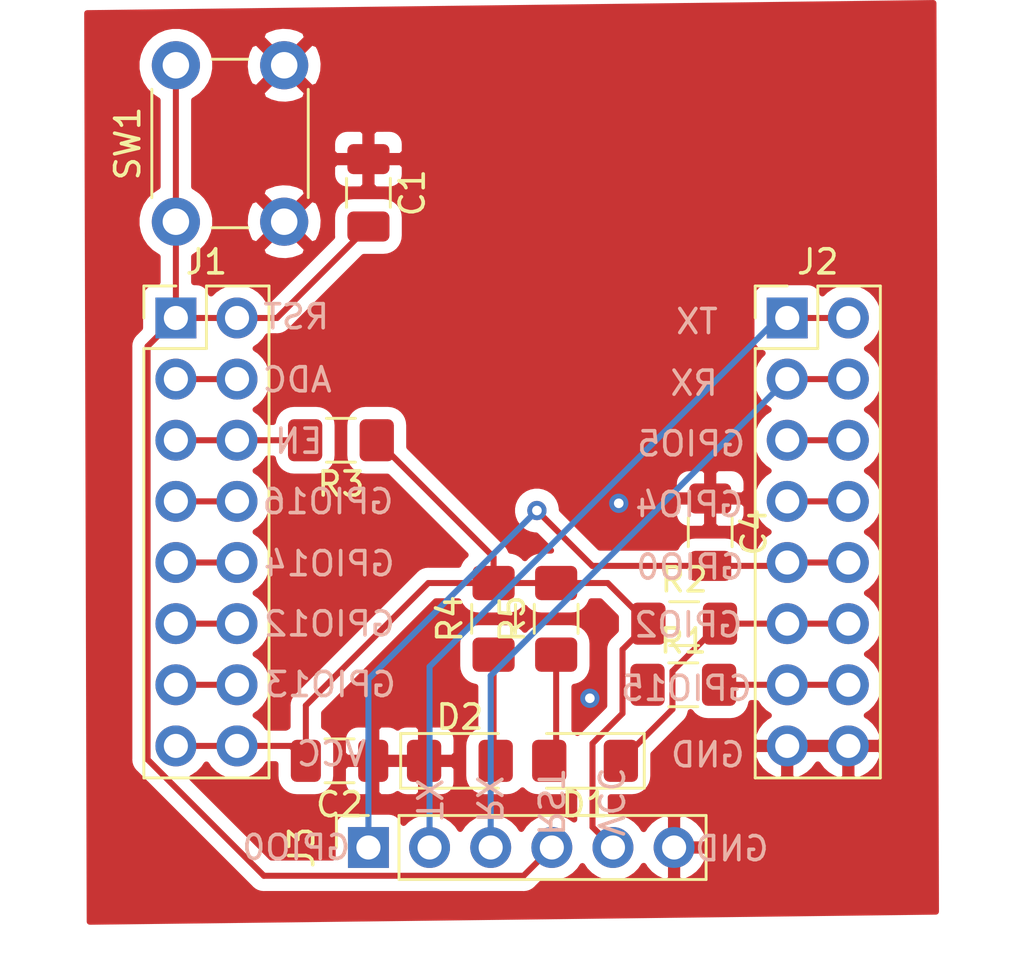
<source format=kicad_pcb>
(kicad_pcb (version 20171130) (host pcbnew "(5.1.6-0)")

  (general
    (thickness 1.6)
    (drawings 22)
    (tracks 66)
    (zones 0)
    (modules 14)
    (nets 19)
  )

  (page A4)
  (layers
    (0 F.Cu signal)
    (31 B.Cu signal)
    (32 B.Adhes user)
    (33 F.Adhes user)
    (34 B.Paste user)
    (35 F.Paste user)
    (36 B.SilkS user)
    (37 F.SilkS user)
    (38 B.Mask user)
    (39 F.Mask user)
    (40 Dwgs.User user)
    (41 Cmts.User user)
    (42 Eco1.User user)
    (43 Eco2.User user)
    (44 Edge.Cuts user)
    (45 Margin user)
    (46 B.CrtYd user)
    (47 F.CrtYd user)
    (48 B.Fab user)
    (49 F.Fab user)
  )

  (setup
    (last_trace_width 0.25)
    (user_trace_width 0.508)
    (trace_clearance 0.2)
    (zone_clearance 0.508)
    (zone_45_only no)
    (trace_min 0.2)
    (via_size 0.8)
    (via_drill 0.4)
    (via_min_size 0.4)
    (via_min_drill 0.3)
    (uvia_size 0.3)
    (uvia_drill 0.1)
    (uvias_allowed no)
    (uvia_min_size 0.2)
    (uvia_min_drill 0.1)
    (edge_width 0.05)
    (segment_width 0.2)
    (pcb_text_width 0.3)
    (pcb_text_size 1.5 1.5)
    (mod_edge_width 0.12)
    (mod_text_size 1 1)
    (mod_text_width 0.15)
    (pad_size 1.524 1.524)
    (pad_drill 0.762)
    (pad_to_mask_clearance 0.05)
    (aux_axis_origin 0 0)
    (visible_elements FFFFFF7F)
    (pcbplotparams
      (layerselection 0x010fc_ffffffff)
      (usegerberextensions false)
      (usegerberattributes true)
      (usegerberadvancedattributes true)
      (creategerberjobfile true)
      (excludeedgelayer true)
      (linewidth 0.100000)
      (plotframeref false)
      (viasonmask false)
      (mode 1)
      (useauxorigin false)
      (hpglpennumber 1)
      (hpglpenspeed 20)
      (hpglpendiameter 15.000000)
      (psnegative false)
      (psa4output false)
      (plotreference true)
      (plotvalue true)
      (plotinvisibletext false)
      (padsonsilk false)
      (subtractmaskfromsilk false)
      (outputformat 1)
      (mirror false)
      (drillshape 1)
      (scaleselection 1)
      (outputdirectory ""))
  )

  (net 0 "")
  (net 1 GND)
  (net 2 VCC)
  (net 3 IO13)
  (net 4 IO12)
  (net 5 IO14)
  (net 6 IO16)
  (net 7 EN)
  (net 8 ADC)
  (net 9 RST)
  (net 10 IO2)
  (net 11 IO4)
  (net 12 IO5)
  (net 13 RX)
  (net 14 TX)
  (net 15 "Net-(D1-Pad2)")
  (net 16 "Net-(D2-Pad2)")
  (net 17 IO15)
  (net 18 IO0)

  (net_class Default "This is the default net class."
    (clearance 0.2)
    (trace_width 0.25)
    (via_dia 0.8)
    (via_drill 0.4)
    (uvia_dia 0.3)
    (uvia_drill 0.1)
    (add_net ADC)
    (add_net EN)
    (add_net GND)
    (add_net IO0)
    (add_net IO12)
    (add_net IO13)
    (add_net IO14)
    (add_net IO15)
    (add_net IO16)
    (add_net IO2)
    (add_net IO4)
    (add_net IO5)
    (add_net "Net-(D1-Pad2)")
    (add_net "Net-(D2-Pad2)")
    (add_net RST)
    (add_net RX)
    (add_net TX)
    (add_net VCC)
  )

  (module Button_Switch_THT:SW_PUSH_6mm (layer F.Cu) (tedit 5A02FE31) (tstamp 5FAA11B2)
    (at 0 -4 90)
    (descr https://www.omron.com/ecb/products/pdf/en-b3f.pdf)
    (tags "tact sw push 6mm")
    (path /5FA9F44C)
    (fp_text reference SW1 (at 3.25 -2 90) (layer F.SilkS)
      (effects (font (size 1 1) (thickness 0.15)))
    )
    (fp_text value SW_Push (at 3.75 6.7 90) (layer F.Fab)
      (effects (font (size 1 1) (thickness 0.15)))
    )
    (fp_circle (center 3.25 2.25) (end 1.25 2.5) (layer F.Fab) (width 0.1))
    (fp_line (start 6.75 3) (end 6.75 1.5) (layer F.SilkS) (width 0.12))
    (fp_line (start 5.5 -1) (end 1 -1) (layer F.SilkS) (width 0.12))
    (fp_line (start -0.25 1.5) (end -0.25 3) (layer F.SilkS) (width 0.12))
    (fp_line (start 1 5.5) (end 5.5 5.5) (layer F.SilkS) (width 0.12))
    (fp_line (start 8 -1.25) (end 8 5.75) (layer F.CrtYd) (width 0.05))
    (fp_line (start 7.75 6) (end -1.25 6) (layer F.CrtYd) (width 0.05))
    (fp_line (start -1.5 5.75) (end -1.5 -1.25) (layer F.CrtYd) (width 0.05))
    (fp_line (start -1.25 -1.5) (end 7.75 -1.5) (layer F.CrtYd) (width 0.05))
    (fp_line (start -1.5 6) (end -1.25 6) (layer F.CrtYd) (width 0.05))
    (fp_line (start -1.5 5.75) (end -1.5 6) (layer F.CrtYd) (width 0.05))
    (fp_line (start -1.5 -1.5) (end -1.25 -1.5) (layer F.CrtYd) (width 0.05))
    (fp_line (start -1.5 -1.25) (end -1.5 -1.5) (layer F.CrtYd) (width 0.05))
    (fp_line (start 8 -1.5) (end 8 -1.25) (layer F.CrtYd) (width 0.05))
    (fp_line (start 7.75 -1.5) (end 8 -1.5) (layer F.CrtYd) (width 0.05))
    (fp_line (start 8 6) (end 8 5.75) (layer F.CrtYd) (width 0.05))
    (fp_line (start 7.75 6) (end 8 6) (layer F.CrtYd) (width 0.05))
    (fp_line (start 0.25 -0.75) (end 3.25 -0.75) (layer F.Fab) (width 0.1))
    (fp_line (start 0.25 5.25) (end 0.25 -0.75) (layer F.Fab) (width 0.1))
    (fp_line (start 6.25 5.25) (end 0.25 5.25) (layer F.Fab) (width 0.1))
    (fp_line (start 6.25 -0.75) (end 6.25 5.25) (layer F.Fab) (width 0.1))
    (fp_line (start 3.25 -0.75) (end 6.25 -0.75) (layer F.Fab) (width 0.1))
    (fp_text user %R (at 3.25 2.25 90) (layer F.Fab)
      (effects (font (size 1 1) (thickness 0.15)))
    )
    (pad 1 thru_hole circle (at 6.5 0 180) (size 2 2) (drill 1.1) (layers *.Cu *.Mask)
      (net 9 RST))
    (pad 2 thru_hole circle (at 6.5 4.5 180) (size 2 2) (drill 1.1) (layers *.Cu *.Mask)
      (net 1 GND))
    (pad 1 thru_hole circle (at 0 0 180) (size 2 2) (drill 1.1) (layers *.Cu *.Mask)
      (net 9 RST))
    (pad 2 thru_hole circle (at 0 4.5 180) (size 2 2) (drill 1.1) (layers *.Cu *.Mask)
      (net 1 GND))
    (model ${KISYS3DMOD}/Button_Switch_THT.3dshapes/SW_PUSH_6mm.wrl
      (at (xyz 0 0 0))
      (scale (xyz 1 1 1))
      (rotate (xyz 0 0 0))
    )
  )

  (module Connector_PinSocket_2.54mm:PinSocket_1x06_P2.54mm_Vertical (layer F.Cu) (tedit 5A19A430) (tstamp 5FE305DA)
    (at 8 22 90)
    (descr "Through hole straight socket strip, 1x06, 2.54mm pitch, single row (from Kicad 4.0.7), script generated")
    (tags "Through hole socket strip THT 1x06 2.54mm single row")
    (path /5FFAECA9)
    (fp_text reference J3 (at 0 -2.77 90) (layer F.SilkS)
      (effects (font (size 1 1) (thickness 0.15)))
    )
    (fp_text value Conn_01x06 (at 0 15.47 90) (layer F.Fab)
      (effects (font (size 1 1) (thickness 0.15)))
    )
    (fp_line (start -1.8 14.45) (end -1.8 -1.8) (layer F.CrtYd) (width 0.05))
    (fp_line (start 1.75 14.45) (end -1.8 14.45) (layer F.CrtYd) (width 0.05))
    (fp_line (start 1.75 -1.8) (end 1.75 14.45) (layer F.CrtYd) (width 0.05))
    (fp_line (start -1.8 -1.8) (end 1.75 -1.8) (layer F.CrtYd) (width 0.05))
    (fp_line (start 0 -1.33) (end 1.33 -1.33) (layer F.SilkS) (width 0.12))
    (fp_line (start 1.33 -1.33) (end 1.33 0) (layer F.SilkS) (width 0.12))
    (fp_line (start 1.33 1.27) (end 1.33 14.03) (layer F.SilkS) (width 0.12))
    (fp_line (start -1.33 14.03) (end 1.33 14.03) (layer F.SilkS) (width 0.12))
    (fp_line (start -1.33 1.27) (end -1.33 14.03) (layer F.SilkS) (width 0.12))
    (fp_line (start -1.33 1.27) (end 1.33 1.27) (layer F.SilkS) (width 0.12))
    (fp_line (start -1.27 13.97) (end -1.27 -1.27) (layer F.Fab) (width 0.1))
    (fp_line (start 1.27 13.97) (end -1.27 13.97) (layer F.Fab) (width 0.1))
    (fp_line (start 1.27 -0.635) (end 1.27 13.97) (layer F.Fab) (width 0.1))
    (fp_line (start 0.635 -1.27) (end 1.27 -0.635) (layer F.Fab) (width 0.1))
    (fp_line (start -1.27 -1.27) (end 0.635 -1.27) (layer F.Fab) (width 0.1))
    (fp_text user %R (at 0 6.35) (layer F.Fab)
      (effects (font (size 1 1) (thickness 0.15)))
    )
    (pad 6 thru_hole oval (at 0 12.7 90) (size 1.7 1.7) (drill 1) (layers *.Cu *.Mask)
      (net 1 GND))
    (pad 5 thru_hole oval (at 0 10.16 90) (size 1.7 1.7) (drill 1) (layers *.Cu *.Mask)
      (net 2 VCC))
    (pad 4 thru_hole oval (at 0 7.62 90) (size 1.7 1.7) (drill 1) (layers *.Cu *.Mask)
      (net 9 RST))
    (pad 3 thru_hole oval (at 0 5.08 90) (size 1.7 1.7) (drill 1) (layers *.Cu *.Mask)
      (net 13 RX))
    (pad 2 thru_hole oval (at 0 2.54 90) (size 1.7 1.7) (drill 1) (layers *.Cu *.Mask)
      (net 14 TX))
    (pad 1 thru_hole rect (at 0 0 90) (size 1.7 1.7) (drill 1) (layers *.Cu *.Mask)
      (net 18 IO0))
    (model ${KISYS3DMOD}/Connector_PinSocket_2.54mm.3dshapes/PinSocket_1x06_P2.54mm_Vertical.wrl
      (at (xyz 0 0 0))
      (scale (xyz 1 1 1))
      (rotate (xyz 0 0 0))
    )
  )

  (module Capacitor_SMD:C_1206_3216Metric (layer F.Cu) (tedit 5B301BBE) (tstamp 5FAB39D7)
    (at 22.2 8.9 270)
    (descr "Capacitor SMD 1206 (3216 Metric), square (rectangular) end terminal, IPC_7351 nominal, (Body size source: http://www.tortai-tech.com/upload/download/2011102023233369053.pdf), generated with kicad-footprint-generator")
    (tags capacitor)
    (path /6005ADA6)
    (attr smd)
    (fp_text reference C4 (at 0 -1.82 90) (layer F.SilkS)
      (effects (font (size 1 1) (thickness 0.15)))
    )
    (fp_text value 100nf (at 0 1.82 90) (layer F.Fab)
      (effects (font (size 1 1) (thickness 0.15)))
    )
    (fp_line (start 2.28 1.12) (end -2.28 1.12) (layer F.CrtYd) (width 0.05))
    (fp_line (start 2.28 -1.12) (end 2.28 1.12) (layer F.CrtYd) (width 0.05))
    (fp_line (start -2.28 -1.12) (end 2.28 -1.12) (layer F.CrtYd) (width 0.05))
    (fp_line (start -2.28 1.12) (end -2.28 -1.12) (layer F.CrtYd) (width 0.05))
    (fp_line (start -0.602064 0.91) (end 0.602064 0.91) (layer F.SilkS) (width 0.12))
    (fp_line (start -0.602064 -0.91) (end 0.602064 -0.91) (layer F.SilkS) (width 0.12))
    (fp_line (start 1.6 0.8) (end -1.6 0.8) (layer F.Fab) (width 0.1))
    (fp_line (start 1.6 -0.8) (end 1.6 0.8) (layer F.Fab) (width 0.1))
    (fp_line (start -1.6 -0.8) (end 1.6 -0.8) (layer F.Fab) (width 0.1))
    (fp_line (start -1.6 0.8) (end -1.6 -0.8) (layer F.Fab) (width 0.1))
    (fp_text user %R (at 0 0 90) (layer F.Fab)
      (effects (font (size 0.8 0.8) (thickness 0.12)))
    )
    (pad 2 smd roundrect (at 1.4 0 270) (size 1.25 1.75) (layers F.Cu F.Paste F.Mask) (roundrect_rratio 0.2)
      (net 18 IO0))
    (pad 1 smd roundrect (at -1.4 0 270) (size 1.25 1.75) (layers F.Cu F.Paste F.Mask) (roundrect_rratio 0.2)
      (net 1 GND))
    (model ${KISYS3DMOD}/Capacitor_SMD.3dshapes/C_1206_3216Metric.wrl
      (at (xyz 0 0 0))
      (scale (xyz 1 1 1))
      (rotate (xyz 0 0 0))
    )
  )

  (module Capacitor_SMD:C_1206_3216Metric (layer F.Cu) (tedit 5B301BBE) (tstamp 5FDF23B0)
    (at 6.8 18.4 180)
    (descr "Capacitor SMD 1206 (3216 Metric), square (rectangular) end terminal, IPC_7351 nominal, (Body size source: http://www.tortai-tech.com/upload/download/2011102023233369053.pdf), generated with kicad-footprint-generator")
    (tags capacitor)
    (path /5FDF77FC)
    (attr smd)
    (fp_text reference C2 (at 0 -1.82) (layer F.SilkS)
      (effects (font (size 1 1) (thickness 0.15)))
    )
    (fp_text value 100nf (at 0 1.82) (layer F.Fab)
      (effects (font (size 1 1) (thickness 0.15)))
    )
    (fp_line (start 2.28 1.12) (end -2.28 1.12) (layer F.CrtYd) (width 0.05))
    (fp_line (start 2.28 -1.12) (end 2.28 1.12) (layer F.CrtYd) (width 0.05))
    (fp_line (start -2.28 -1.12) (end 2.28 -1.12) (layer F.CrtYd) (width 0.05))
    (fp_line (start -2.28 1.12) (end -2.28 -1.12) (layer F.CrtYd) (width 0.05))
    (fp_line (start -0.602064 0.91) (end 0.602064 0.91) (layer F.SilkS) (width 0.12))
    (fp_line (start -0.602064 -0.91) (end 0.602064 -0.91) (layer F.SilkS) (width 0.12))
    (fp_line (start 1.6 0.8) (end -1.6 0.8) (layer F.Fab) (width 0.1))
    (fp_line (start 1.6 -0.8) (end 1.6 0.8) (layer F.Fab) (width 0.1))
    (fp_line (start -1.6 -0.8) (end 1.6 -0.8) (layer F.Fab) (width 0.1))
    (fp_line (start -1.6 0.8) (end -1.6 -0.8) (layer F.Fab) (width 0.1))
    (fp_text user %R (at 0 0) (layer F.Fab)
      (effects (font (size 0.8 0.8) (thickness 0.12)))
    )
    (pad 2 smd roundrect (at 1.4 0 180) (size 1.25 1.75) (layers F.Cu F.Paste F.Mask) (roundrect_rratio 0.2)
      (net 2 VCC))
    (pad 1 smd roundrect (at -1.4 0 180) (size 1.25 1.75) (layers F.Cu F.Paste F.Mask) (roundrect_rratio 0.2)
      (net 1 GND))
    (model ${KISYS3DMOD}/Capacitor_SMD.3dshapes/C_1206_3216Metric.wrl
      (at (xyz 0 0 0))
      (scale (xyz 1 1 1))
      (rotate (xyz 0 0 0))
    )
  )

  (module Capacitor_SMD:C_1206_3216Metric (layer F.Cu) (tedit 5B301BBE) (tstamp 5FAA0FD0)
    (at 8 -5.2 270)
    (descr "Capacitor SMD 1206 (3216 Metric), square (rectangular) end terminal, IPC_7351 nominal, (Body size source: http://www.tortai-tech.com/upload/download/2011102023233369053.pdf), generated with kicad-footprint-generator")
    (tags capacitor)
    (path /5FAA1238)
    (attr smd)
    (fp_text reference C1 (at 0 -1.82 90) (layer F.SilkS)
      (effects (font (size 1 1) (thickness 0.15)))
    )
    (fp_text value 100nf (at 0 1.82 90) (layer F.Fab)
      (effects (font (size 1 1) (thickness 0.15)))
    )
    (fp_line (start 2.28 1.12) (end -2.28 1.12) (layer F.CrtYd) (width 0.05))
    (fp_line (start 2.28 -1.12) (end 2.28 1.12) (layer F.CrtYd) (width 0.05))
    (fp_line (start -2.28 -1.12) (end 2.28 -1.12) (layer F.CrtYd) (width 0.05))
    (fp_line (start -2.28 1.12) (end -2.28 -1.12) (layer F.CrtYd) (width 0.05))
    (fp_line (start -0.602064 0.91) (end 0.602064 0.91) (layer F.SilkS) (width 0.12))
    (fp_line (start -0.602064 -0.91) (end 0.602064 -0.91) (layer F.SilkS) (width 0.12))
    (fp_line (start 1.6 0.8) (end -1.6 0.8) (layer F.Fab) (width 0.1))
    (fp_line (start 1.6 -0.8) (end 1.6 0.8) (layer F.Fab) (width 0.1))
    (fp_line (start -1.6 -0.8) (end 1.6 -0.8) (layer F.Fab) (width 0.1))
    (fp_line (start -1.6 0.8) (end -1.6 -0.8) (layer F.Fab) (width 0.1))
    (fp_text user %R (at 0 0 90) (layer F.Fab)
      (effects (font (size 0.8 0.8) (thickness 0.12)))
    )
    (pad 2 smd roundrect (at 1.4 0 270) (size 1.25 1.75) (layers F.Cu F.Paste F.Mask) (roundrect_rratio 0.2)
      (net 9 RST))
    (pad 1 smd roundrect (at -1.4 0 270) (size 1.25 1.75) (layers F.Cu F.Paste F.Mask) (roundrect_rratio 0.2)
      (net 1 GND))
    (model ${KISYS3DMOD}/Capacitor_SMD.3dshapes/C_1206_3216Metric.wrl
      (at (xyz 0 0 0))
      (scale (xyz 1 1 1))
      (rotate (xyz 0 0 0))
    )
  )

  (module Resistor_SMD:R_1206_3216Metric_Pad1.42x1.75mm_HandSolder (layer F.Cu) (tedit 5B301BBD) (tstamp 5FACB52E)
    (at 21.082 15.24)
    (descr "Resistor SMD 1206 (3216 Metric), square (rectangular) end terminal, IPC_7351 nominal with elongated pad for handsoldering. (Body size source: http://www.tortai-tech.com/upload/download/2011102023233369053.pdf), generated with kicad-footprint-generator")
    (tags "resistor handsolder")
    (path /60160CA5)
    (attr smd)
    (fp_text reference R1 (at 0 -1.82) (layer F.SilkS)
      (effects (font (size 1 1) (thickness 0.15)))
    )
    (fp_text value 10k (at 0 1.82) (layer F.Fab)
      (effects (font (size 1 1) (thickness 0.15)))
    )
    (fp_line (start 2.45 1.12) (end -2.45 1.12) (layer F.CrtYd) (width 0.05))
    (fp_line (start 2.45 -1.12) (end 2.45 1.12) (layer F.CrtYd) (width 0.05))
    (fp_line (start -2.45 -1.12) (end 2.45 -1.12) (layer F.CrtYd) (width 0.05))
    (fp_line (start -2.45 1.12) (end -2.45 -1.12) (layer F.CrtYd) (width 0.05))
    (fp_line (start -0.602064 0.91) (end 0.602064 0.91) (layer F.SilkS) (width 0.12))
    (fp_line (start -0.602064 -0.91) (end 0.602064 -0.91) (layer F.SilkS) (width 0.12))
    (fp_line (start 1.6 0.8) (end -1.6 0.8) (layer F.Fab) (width 0.1))
    (fp_line (start 1.6 -0.8) (end 1.6 0.8) (layer F.Fab) (width 0.1))
    (fp_line (start -1.6 -0.8) (end 1.6 -0.8) (layer F.Fab) (width 0.1))
    (fp_line (start -1.6 0.8) (end -1.6 -0.8) (layer F.Fab) (width 0.1))
    (fp_text user %R (at 0 0) (layer F.Fab)
      (effects (font (size 0.8 0.8) (thickness 0.12)))
    )
    (pad 2 smd roundrect (at 1.4875 0) (size 1.425 1.75) (layers F.Cu F.Paste F.Mask) (roundrect_rratio 0.175439)
      (net 17 IO15))
    (pad 1 smd roundrect (at -1.4875 0) (size 1.425 1.75) (layers F.Cu F.Paste F.Mask) (roundrect_rratio 0.175439)
      (net 1 GND))
    (model ${KISYS3DMOD}/Resistor_SMD.3dshapes/R_1206_3216Metric.wrl
      (at (xyz 0 0 0))
      (scale (xyz 1 1 1))
      (rotate (xyz 0 0 0))
    )
  )

  (module Resistor_SMD:R_1206_3216Metric_Pad1.42x1.75mm_HandSolder (layer F.Cu) (tedit 5B301BBD) (tstamp 5FAA66AF)
    (at 15.8 12.5 90)
    (descr "Resistor SMD 1206 (3216 Metric), square (rectangular) end terminal, IPC_7351 nominal with elongated pad for handsoldering. (Body size source: http://www.tortai-tech.com/upload/download/2011102023233369053.pdf), generated with kicad-footprint-generator")
    (tags "resistor handsolder")
    (path /6004F08C)
    (attr smd)
    (fp_text reference R5 (at 0 -1.82 90) (layer F.SilkS)
      (effects (font (size 1 1) (thickness 0.15)))
    )
    (fp_text value 220 (at 0 1.82 90) (layer F.Fab)
      (effects (font (size 1 1) (thickness 0.15)))
    )
    (fp_line (start -1.6 0.8) (end -1.6 -0.8) (layer F.Fab) (width 0.1))
    (fp_line (start -1.6 -0.8) (end 1.6 -0.8) (layer F.Fab) (width 0.1))
    (fp_line (start 1.6 -0.8) (end 1.6 0.8) (layer F.Fab) (width 0.1))
    (fp_line (start 1.6 0.8) (end -1.6 0.8) (layer F.Fab) (width 0.1))
    (fp_line (start -0.602064 -0.91) (end 0.602064 -0.91) (layer F.SilkS) (width 0.12))
    (fp_line (start -0.602064 0.91) (end 0.602064 0.91) (layer F.SilkS) (width 0.12))
    (fp_line (start -2.45 1.12) (end -2.45 -1.12) (layer F.CrtYd) (width 0.05))
    (fp_line (start -2.45 -1.12) (end 2.45 -1.12) (layer F.CrtYd) (width 0.05))
    (fp_line (start 2.45 -1.12) (end 2.45 1.12) (layer F.CrtYd) (width 0.05))
    (fp_line (start 2.45 1.12) (end -2.45 1.12) (layer F.CrtYd) (width 0.05))
    (fp_text user %R (at 0 0 90) (layer F.Fab)
      (effects (font (size 0.8 0.8) (thickness 0.12)))
    )
    (pad 2 smd roundrect (at 1.4875 0 90) (size 1.425 1.75) (layers F.Cu F.Paste F.Mask) (roundrect_rratio 0.175439)
      (net 2 VCC))
    (pad 1 smd roundrect (at -1.4875 0 90) (size 1.425 1.75) (layers F.Cu F.Paste F.Mask) (roundrect_rratio 0.175439)
      (net 15 "Net-(D1-Pad2)"))
    (model ${KISYS3DMOD}/Resistor_SMD.3dshapes/R_1206_3216Metric.wrl
      (at (xyz 0 0 0))
      (scale (xyz 1 1 1))
      (rotate (xyz 0 0 0))
    )
  )

  (module Resistor_SMD:R_1206_3216Metric_Pad1.42x1.75mm_HandSolder (layer F.Cu) (tedit 5B301BBD) (tstamp 5FAA669E)
    (at 13.2 12.5 90)
    (descr "Resistor SMD 1206 (3216 Metric), square (rectangular) end terminal, IPC_7351 nominal with elongated pad for handsoldering. (Body size source: http://www.tortai-tech.com/upload/download/2011102023233369053.pdf), generated with kicad-footprint-generator")
    (tags "resistor handsolder")
    (path /60050DDD)
    (attr smd)
    (fp_text reference R4 (at 0 -1.82 90) (layer F.SilkS)
      (effects (font (size 1 1) (thickness 0.15)))
    )
    (fp_text value 220 (at 0 1.82 90) (layer F.Fab)
      (effects (font (size 1 1) (thickness 0.15)))
    )
    (fp_line (start -1.6 0.8) (end -1.6 -0.8) (layer F.Fab) (width 0.1))
    (fp_line (start -1.6 -0.8) (end 1.6 -0.8) (layer F.Fab) (width 0.1))
    (fp_line (start 1.6 -0.8) (end 1.6 0.8) (layer F.Fab) (width 0.1))
    (fp_line (start 1.6 0.8) (end -1.6 0.8) (layer F.Fab) (width 0.1))
    (fp_line (start -0.602064 -0.91) (end 0.602064 -0.91) (layer F.SilkS) (width 0.12))
    (fp_line (start -0.602064 0.91) (end 0.602064 0.91) (layer F.SilkS) (width 0.12))
    (fp_line (start -2.45 1.12) (end -2.45 -1.12) (layer F.CrtYd) (width 0.05))
    (fp_line (start -2.45 -1.12) (end 2.45 -1.12) (layer F.CrtYd) (width 0.05))
    (fp_line (start 2.45 -1.12) (end 2.45 1.12) (layer F.CrtYd) (width 0.05))
    (fp_line (start 2.45 1.12) (end -2.45 1.12) (layer F.CrtYd) (width 0.05))
    (fp_text user %R (at 0 0 90) (layer F.Fab)
      (effects (font (size 0.8 0.8) (thickness 0.12)))
    )
    (pad 2 smd roundrect (at 1.4875 0 90) (size 1.425 1.75) (layers F.Cu F.Paste F.Mask) (roundrect_rratio 0.175439)
      (net 2 VCC))
    (pad 1 smd roundrect (at -1.4875 0 90) (size 1.425 1.75) (layers F.Cu F.Paste F.Mask) (roundrect_rratio 0.175439)
      (net 16 "Net-(D2-Pad2)"))
    (model ${KISYS3DMOD}/Resistor_SMD.3dshapes/R_1206_3216Metric.wrl
      (at (xyz 0 0 0))
      (scale (xyz 1 1 1))
      (rotate (xyz 0 0 0))
    )
  )

  (module LED_SMD:LED_1206_3216Metric_Pad1.42x1.75mm_HandSolder (layer F.Cu) (tedit 5B4B45C9) (tstamp 5FAA656B)
    (at 11.8 18.4)
    (descr "LED SMD 1206 (3216 Metric), square (rectangular) end terminal, IPC_7351 nominal, (Body size source: http://www.tortai-tech.com/upload/download/2011102023233369053.pdf), generated with kicad-footprint-generator")
    (tags "LED handsolder")
    (path /6005070B)
    (attr smd)
    (fp_text reference D2 (at 0 -1.82) (layer F.SilkS)
      (effects (font (size 1 1) (thickness 0.15)))
    )
    (fp_text value RED (at 0 1.82) (layer F.Fab)
      (effects (font (size 1 1) (thickness 0.15)))
    )
    (fp_line (start 1.6 -0.8) (end -1.2 -0.8) (layer F.Fab) (width 0.1))
    (fp_line (start -1.2 -0.8) (end -1.6 -0.4) (layer F.Fab) (width 0.1))
    (fp_line (start -1.6 -0.4) (end -1.6 0.8) (layer F.Fab) (width 0.1))
    (fp_line (start -1.6 0.8) (end 1.6 0.8) (layer F.Fab) (width 0.1))
    (fp_line (start 1.6 0.8) (end 1.6 -0.8) (layer F.Fab) (width 0.1))
    (fp_line (start 1.6 -1.135) (end -2.46 -1.135) (layer F.SilkS) (width 0.12))
    (fp_line (start -2.46 -1.135) (end -2.46 1.135) (layer F.SilkS) (width 0.12))
    (fp_line (start -2.46 1.135) (end 1.6 1.135) (layer F.SilkS) (width 0.12))
    (fp_line (start -2.45 1.12) (end -2.45 -1.12) (layer F.CrtYd) (width 0.05))
    (fp_line (start -2.45 -1.12) (end 2.45 -1.12) (layer F.CrtYd) (width 0.05))
    (fp_line (start 2.45 -1.12) (end 2.45 1.12) (layer F.CrtYd) (width 0.05))
    (fp_line (start 2.45 1.12) (end -2.45 1.12) (layer F.CrtYd) (width 0.05))
    (fp_text user %R (at 0 0) (layer F.Fab)
      (effects (font (size 0.8 0.8) (thickness 0.12)))
    )
    (pad 2 smd roundrect (at 1.4875 0) (size 1.425 1.75) (layers F.Cu F.Paste F.Mask) (roundrect_rratio 0.175439)
      (net 16 "Net-(D2-Pad2)"))
    (pad 1 smd roundrect (at -1.4875 0) (size 1.425 1.75) (layers F.Cu F.Paste F.Mask) (roundrect_rratio 0.175439)
      (net 1 GND))
    (model ${KISYS3DMOD}/LED_SMD.3dshapes/LED_1206_3216Metric.wrl
      (at (xyz 0 0 0))
      (scale (xyz 1 1 1))
      (rotate (xyz 0 0 0))
    )
  )

  (module LED_SMD:LED_1206_3216Metric_Pad1.42x1.75mm_HandSolder (layer F.Cu) (tedit 5B4B45C9) (tstamp 5FAA6558)
    (at 17 18.4 180)
    (descr "LED SMD 1206 (3216 Metric), square (rectangular) end terminal, IPC_7351 nominal, (Body size source: http://www.tortai-tech.com/upload/download/2011102023233369053.pdf), generated with kicad-footprint-generator")
    (tags "LED handsolder")
    (path /6004E38A)
    (attr smd)
    (fp_text reference D1 (at 0 -1.82) (layer F.SilkS)
      (effects (font (size 1 1) (thickness 0.15)))
    )
    (fp_text value GREEN (at 0 1.82) (layer F.Fab)
      (effects (font (size 1 1) (thickness 0.15)))
    )
    (fp_line (start 1.6 -0.8) (end -1.2 -0.8) (layer F.Fab) (width 0.1))
    (fp_line (start -1.2 -0.8) (end -1.6 -0.4) (layer F.Fab) (width 0.1))
    (fp_line (start -1.6 -0.4) (end -1.6 0.8) (layer F.Fab) (width 0.1))
    (fp_line (start -1.6 0.8) (end 1.6 0.8) (layer F.Fab) (width 0.1))
    (fp_line (start 1.6 0.8) (end 1.6 -0.8) (layer F.Fab) (width 0.1))
    (fp_line (start 1.6 -1.135) (end -2.46 -1.135) (layer F.SilkS) (width 0.12))
    (fp_line (start -2.46 -1.135) (end -2.46 1.135) (layer F.SilkS) (width 0.12))
    (fp_line (start -2.46 1.135) (end 1.6 1.135) (layer F.SilkS) (width 0.12))
    (fp_line (start -2.45 1.12) (end -2.45 -1.12) (layer F.CrtYd) (width 0.05))
    (fp_line (start -2.45 -1.12) (end 2.45 -1.12) (layer F.CrtYd) (width 0.05))
    (fp_line (start 2.45 -1.12) (end 2.45 1.12) (layer F.CrtYd) (width 0.05))
    (fp_line (start 2.45 1.12) (end -2.45 1.12) (layer F.CrtYd) (width 0.05))
    (fp_text user %R (at 0 0) (layer F.Fab)
      (effects (font (size 0.8 0.8) (thickness 0.12)))
    )
    (pad 2 smd roundrect (at 1.4875 0 180) (size 1.425 1.75) (layers F.Cu F.Paste F.Mask) (roundrect_rratio 0.175439)
      (net 15 "Net-(D1-Pad2)"))
    (pad 1 smd roundrect (at -1.4875 0 180) (size 1.425 1.75) (layers F.Cu F.Paste F.Mask) (roundrect_rratio 0.175439)
      (net 10 IO2))
    (model ${KISYS3DMOD}/LED_SMD.3dshapes/LED_1206_3216Metric.wrl
      (at (xyz 0 0 0))
      (scale (xyz 1 1 1))
      (rotate (xyz 0 0 0))
    )
  )

  (module Connector_PinHeader_2.54mm:PinHeader_2x08_P2.54mm_Vertical (layer F.Cu) (tedit 59FED5CC) (tstamp 5FAA3B97)
    (at 25.4 0)
    (descr "Through hole straight pin header, 2x08, 2.54mm pitch, double rows")
    (tags "Through hole pin header THT 2x08 2.54mm double row")
    (path /60043E45)
    (fp_text reference J2 (at 1.27 -2.33) (layer F.SilkS)
      (effects (font (size 1 1) (thickness 0.15)))
    )
    (fp_text value Conn_02x08_Odd_Even (at 1.27 20.11) (layer F.Fab)
      (effects (font (size 1 1) (thickness 0.15)))
    )
    (fp_line (start 0 -1.27) (end 3.81 -1.27) (layer F.Fab) (width 0.1))
    (fp_line (start 3.81 -1.27) (end 3.81 19.05) (layer F.Fab) (width 0.1))
    (fp_line (start 3.81 19.05) (end -1.27 19.05) (layer F.Fab) (width 0.1))
    (fp_line (start -1.27 19.05) (end -1.27 0) (layer F.Fab) (width 0.1))
    (fp_line (start -1.27 0) (end 0 -1.27) (layer F.Fab) (width 0.1))
    (fp_line (start -1.33 19.11) (end 3.87 19.11) (layer F.SilkS) (width 0.12))
    (fp_line (start -1.33 1.27) (end -1.33 19.11) (layer F.SilkS) (width 0.12))
    (fp_line (start 3.87 -1.33) (end 3.87 19.11) (layer F.SilkS) (width 0.12))
    (fp_line (start -1.33 1.27) (end 1.27 1.27) (layer F.SilkS) (width 0.12))
    (fp_line (start 1.27 1.27) (end 1.27 -1.33) (layer F.SilkS) (width 0.12))
    (fp_line (start 1.27 -1.33) (end 3.87 -1.33) (layer F.SilkS) (width 0.12))
    (fp_line (start -1.33 0) (end -1.33 -1.33) (layer F.SilkS) (width 0.12))
    (fp_line (start -1.33 -1.33) (end 0 -1.33) (layer F.SilkS) (width 0.12))
    (fp_line (start -1.8 -1.8) (end -1.8 19.55) (layer F.CrtYd) (width 0.05))
    (fp_line (start -1.8 19.55) (end 4.35 19.55) (layer F.CrtYd) (width 0.05))
    (fp_line (start 4.35 19.55) (end 4.35 -1.8) (layer F.CrtYd) (width 0.05))
    (fp_line (start 4.35 -1.8) (end -1.8 -1.8) (layer F.CrtYd) (width 0.05))
    (fp_text user %R (at 1.27 8.89 90) (layer F.Fab)
      (effects (font (size 1 1) (thickness 0.15)))
    )
    (pad 16 thru_hole oval (at 2.54 17.78) (size 1.7 1.7) (drill 1) (layers *.Cu *.Mask)
      (net 1 GND))
    (pad 15 thru_hole oval (at 0 17.78) (size 1.7 1.7) (drill 1) (layers *.Cu *.Mask)
      (net 1 GND))
    (pad 14 thru_hole oval (at 2.54 15.24) (size 1.7 1.7) (drill 1) (layers *.Cu *.Mask)
      (net 17 IO15))
    (pad 13 thru_hole oval (at 0 15.24) (size 1.7 1.7) (drill 1) (layers *.Cu *.Mask)
      (net 17 IO15))
    (pad 12 thru_hole oval (at 2.54 12.7) (size 1.7 1.7) (drill 1) (layers *.Cu *.Mask)
      (net 10 IO2))
    (pad 11 thru_hole oval (at 0 12.7) (size 1.7 1.7) (drill 1) (layers *.Cu *.Mask)
      (net 10 IO2))
    (pad 10 thru_hole oval (at 2.54 10.16) (size 1.7 1.7) (drill 1) (layers *.Cu *.Mask)
      (net 18 IO0))
    (pad 9 thru_hole oval (at 0 10.16) (size 1.7 1.7) (drill 1) (layers *.Cu *.Mask)
      (net 18 IO0))
    (pad 8 thru_hole oval (at 2.54 7.62) (size 1.7 1.7) (drill 1) (layers *.Cu *.Mask)
      (net 11 IO4))
    (pad 7 thru_hole oval (at 0 7.62) (size 1.7 1.7) (drill 1) (layers *.Cu *.Mask)
      (net 11 IO4))
    (pad 6 thru_hole oval (at 2.54 5.08) (size 1.7 1.7) (drill 1) (layers *.Cu *.Mask)
      (net 12 IO5))
    (pad 5 thru_hole oval (at 0 5.08) (size 1.7 1.7) (drill 1) (layers *.Cu *.Mask)
      (net 12 IO5))
    (pad 4 thru_hole oval (at 2.54 2.54) (size 1.7 1.7) (drill 1) (layers *.Cu *.Mask)
      (net 13 RX))
    (pad 3 thru_hole oval (at 0 2.54) (size 1.7 1.7) (drill 1) (layers *.Cu *.Mask)
      (net 13 RX))
    (pad 2 thru_hole oval (at 2.54 0) (size 1.7 1.7) (drill 1) (layers *.Cu *.Mask)
      (net 14 TX))
    (pad 1 thru_hole rect (at 0 0) (size 1.7 1.7) (drill 1) (layers *.Cu *.Mask)
      (net 14 TX))
    (model ${KISYS3DMOD}/Connector_PinHeader_2.54mm.3dshapes/PinHeader_2x08_P2.54mm_Vertical.wrl
      (at (xyz 0 0 0))
      (scale (xyz 1 1 1))
      (rotate (xyz 0 0 0))
    )
  )

  (module Connector_PinHeader_2.54mm:PinHeader_2x08_P2.54mm_Vertical (layer F.Cu) (tedit 59FED5CC) (tstamp 5FAA3B71)
    (at 0 0)
    (descr "Through hole straight pin header, 2x08, 2.54mm pitch, double rows")
    (tags "Through hole pin header THT 2x08 2.54mm double row")
    (path /600412B9)
    (fp_text reference J1 (at 1.27 -2.33) (layer F.SilkS)
      (effects (font (size 1 1) (thickness 0.15)))
    )
    (fp_text value Conn_02x08_Odd_Even (at 1.27 20.11) (layer F.Fab)
      (effects (font (size 1 1) (thickness 0.15)))
    )
    (fp_line (start 0 -1.27) (end 3.81 -1.27) (layer F.Fab) (width 0.1))
    (fp_line (start 3.81 -1.27) (end 3.81 19.05) (layer F.Fab) (width 0.1))
    (fp_line (start 3.81 19.05) (end -1.27 19.05) (layer F.Fab) (width 0.1))
    (fp_line (start -1.27 19.05) (end -1.27 0) (layer F.Fab) (width 0.1))
    (fp_line (start -1.27 0) (end 0 -1.27) (layer F.Fab) (width 0.1))
    (fp_line (start -1.33 19.11) (end 3.87 19.11) (layer F.SilkS) (width 0.12))
    (fp_line (start -1.33 1.27) (end -1.33 19.11) (layer F.SilkS) (width 0.12))
    (fp_line (start 3.87 -1.33) (end 3.87 19.11) (layer F.SilkS) (width 0.12))
    (fp_line (start -1.33 1.27) (end 1.27 1.27) (layer F.SilkS) (width 0.12))
    (fp_line (start 1.27 1.27) (end 1.27 -1.33) (layer F.SilkS) (width 0.12))
    (fp_line (start 1.27 -1.33) (end 3.87 -1.33) (layer F.SilkS) (width 0.12))
    (fp_line (start -1.33 0) (end -1.33 -1.33) (layer F.SilkS) (width 0.12))
    (fp_line (start -1.33 -1.33) (end 0 -1.33) (layer F.SilkS) (width 0.12))
    (fp_line (start -1.8 -1.8) (end -1.8 19.55) (layer F.CrtYd) (width 0.05))
    (fp_line (start -1.8 19.55) (end 4.35 19.55) (layer F.CrtYd) (width 0.05))
    (fp_line (start 4.35 19.55) (end 4.35 -1.8) (layer F.CrtYd) (width 0.05))
    (fp_line (start 4.35 -1.8) (end -1.8 -1.8) (layer F.CrtYd) (width 0.05))
    (fp_text user %R (at 1.27 8.89 90) (layer F.Fab)
      (effects (font (size 1 1) (thickness 0.15)))
    )
    (pad 16 thru_hole oval (at 2.54 17.78) (size 1.7 1.7) (drill 1) (layers *.Cu *.Mask)
      (net 2 VCC))
    (pad 15 thru_hole oval (at 0 17.78) (size 1.7 1.7) (drill 1) (layers *.Cu *.Mask)
      (net 2 VCC))
    (pad 14 thru_hole oval (at 2.54 15.24) (size 1.7 1.7) (drill 1) (layers *.Cu *.Mask)
      (net 3 IO13))
    (pad 13 thru_hole oval (at 0 15.24) (size 1.7 1.7) (drill 1) (layers *.Cu *.Mask)
      (net 3 IO13))
    (pad 12 thru_hole oval (at 2.54 12.7) (size 1.7 1.7) (drill 1) (layers *.Cu *.Mask)
      (net 4 IO12))
    (pad 11 thru_hole oval (at 0 12.7) (size 1.7 1.7) (drill 1) (layers *.Cu *.Mask)
      (net 4 IO12))
    (pad 10 thru_hole oval (at 2.54 10.16) (size 1.7 1.7) (drill 1) (layers *.Cu *.Mask)
      (net 5 IO14))
    (pad 9 thru_hole oval (at 0 10.16) (size 1.7 1.7) (drill 1) (layers *.Cu *.Mask)
      (net 5 IO14))
    (pad 8 thru_hole oval (at 2.54 7.62) (size 1.7 1.7) (drill 1) (layers *.Cu *.Mask)
      (net 6 IO16))
    (pad 7 thru_hole oval (at 0 7.62) (size 1.7 1.7) (drill 1) (layers *.Cu *.Mask)
      (net 6 IO16))
    (pad 6 thru_hole oval (at 2.54 5.08) (size 1.7 1.7) (drill 1) (layers *.Cu *.Mask)
      (net 7 EN))
    (pad 5 thru_hole oval (at 0 5.08) (size 1.7 1.7) (drill 1) (layers *.Cu *.Mask)
      (net 7 EN))
    (pad 4 thru_hole oval (at 2.54 2.54) (size 1.7 1.7) (drill 1) (layers *.Cu *.Mask)
      (net 8 ADC))
    (pad 3 thru_hole oval (at 0 2.54) (size 1.7 1.7) (drill 1) (layers *.Cu *.Mask)
      (net 8 ADC))
    (pad 2 thru_hole oval (at 2.54 0) (size 1.7 1.7) (drill 1) (layers *.Cu *.Mask)
      (net 9 RST))
    (pad 1 thru_hole rect (at 0 0) (size 1.7 1.7) (drill 1) (layers *.Cu *.Mask)
      (net 9 RST))
    (model ${KISYS3DMOD}/Connector_PinHeader_2.54mm.3dshapes/PinHeader_2x08_P2.54mm_Vertical.wrl
      (at (xyz 0 0 0))
      (scale (xyz 1 1 1))
      (rotate (xyz 0 0 0))
    )
  )

  (module Resistor_SMD:R_1206_3216Metric_Pad1.42x1.75mm_HandSolder (layer F.Cu) (tedit 5B301BBD) (tstamp 5FAA1193)
    (at 6.858 5.08 180)
    (descr "Resistor SMD 1206 (3216 Metric), square (rectangular) end terminal, IPC_7351 nominal with elongated pad for handsoldering. (Body size source: http://www.tortai-tech.com/upload/download/2011102023233369053.pdf), generated with kicad-footprint-generator")
    (tags "resistor handsolder")
    (path /5FAA5395)
    (attr smd)
    (fp_text reference R3 (at 0 -1.82) (layer F.SilkS)
      (effects (font (size 1 1) (thickness 0.15)))
    )
    (fp_text value 5k1 (at -0.21 0.1) (layer F.Fab)
      (effects (font (size 1 1) (thickness 0.15)))
    )
    (fp_line (start -1.6 0.8) (end -1.6 -0.8) (layer F.Fab) (width 0.1))
    (fp_line (start -1.6 -0.8) (end 1.6 -0.8) (layer F.Fab) (width 0.1))
    (fp_line (start 1.6 -0.8) (end 1.6 0.8) (layer F.Fab) (width 0.1))
    (fp_line (start 1.6 0.8) (end -1.6 0.8) (layer F.Fab) (width 0.1))
    (fp_line (start -0.602064 -0.91) (end 0.602064 -0.91) (layer F.SilkS) (width 0.12))
    (fp_line (start -0.602064 0.91) (end 0.602064 0.91) (layer F.SilkS) (width 0.12))
    (fp_line (start -2.45 1.12) (end -2.45 -1.12) (layer F.CrtYd) (width 0.05))
    (fp_line (start -2.45 -1.12) (end 2.45 -1.12) (layer F.CrtYd) (width 0.05))
    (fp_line (start 2.45 -1.12) (end 2.45 1.12) (layer F.CrtYd) (width 0.05))
    (fp_line (start 2.45 1.12) (end -2.45 1.12) (layer F.CrtYd) (width 0.05))
    (fp_text user %R (at 0 0) (layer F.Fab)
      (effects (font (size 0.8 0.8) (thickness 0.12)))
    )
    (pad 2 smd roundrect (at 1.4875 0 180) (size 1.425 1.75) (layers F.Cu F.Paste F.Mask) (roundrect_rratio 0.175439)
      (net 7 EN))
    (pad 1 smd roundrect (at -1.4875 0 180) (size 1.425 1.75) (layers F.Cu F.Paste F.Mask) (roundrect_rratio 0.175439)
      (net 2 VCC))
    (model ${KISYS3DMOD}/Resistor_SMD.3dshapes/R_1206_3216Metric.wrl
      (at (xyz 0 0 0))
      (scale (xyz 1 1 1))
      (rotate (xyz 0 0 0))
    )
  )

  (module Resistor_SMD:R_1206_3216Metric_Pad1.42x1.75mm_HandSolder (layer F.Cu) (tedit 5B301BBD) (tstamp 5FACB696)
    (at 21.1185 12.7)
    (descr "Resistor SMD 1206 (3216 Metric), square (rectangular) end terminal, IPC_7351 nominal with elongated pad for handsoldering. (Body size source: http://www.tortai-tech.com/upload/download/2011102023233369053.pdf), generated with kicad-footprint-generator")
    (tags "resistor handsolder")
    (path /5FAA6C8E)
    (attr smd)
    (fp_text reference R2 (at 0 -1.82) (layer F.SilkS)
      (effects (font (size 1 1) (thickness 0.15)))
    )
    (fp_text value 5k1 (at 0 1.82) (layer F.Fab)
      (effects (font (size 1 1) (thickness 0.15)))
    )
    (fp_line (start -1.6 0.8) (end -1.6 -0.8) (layer F.Fab) (width 0.1))
    (fp_line (start -1.6 -0.8) (end 1.6 -0.8) (layer F.Fab) (width 0.1))
    (fp_line (start 1.6 -0.8) (end 1.6 0.8) (layer F.Fab) (width 0.1))
    (fp_line (start 1.6 0.8) (end -1.6 0.8) (layer F.Fab) (width 0.1))
    (fp_line (start -0.602064 -0.91) (end 0.602064 -0.91) (layer F.SilkS) (width 0.12))
    (fp_line (start -0.602064 0.91) (end 0.602064 0.91) (layer F.SilkS) (width 0.12))
    (fp_line (start -2.45 1.12) (end -2.45 -1.12) (layer F.CrtYd) (width 0.05))
    (fp_line (start -2.45 -1.12) (end 2.45 -1.12) (layer F.CrtYd) (width 0.05))
    (fp_line (start 2.45 -1.12) (end 2.45 1.12) (layer F.CrtYd) (width 0.05))
    (fp_line (start 2.45 1.12) (end -2.45 1.12) (layer F.CrtYd) (width 0.05))
    (fp_text user %R (at 0 0) (layer F.Fab)
      (effects (font (size 0.8 0.8) (thickness 0.12)))
    )
    (pad 2 smd roundrect (at 1.4875 0) (size 1.425 1.75) (layers F.Cu F.Paste F.Mask) (roundrect_rratio 0.175439)
      (net 10 IO2))
    (pad 1 smd roundrect (at -1.4875 0) (size 1.425 1.75) (layers F.Cu F.Paste F.Mask) (roundrect_rratio 0.175439)
      (net 2 VCC))
    (model ${KISYS3DMOD}/Resistor_SMD.3dshapes/R_1206_3216Metric.wrl
      (at (xyz 0 0 0))
      (scale (xyz 1 1 1))
      (rotate (xyz 0 0 0))
    )
  )

  (gr_text GND (at 23.1 22.05) (layer B.SilkS) (tstamp 5FE30E75)
    (effects (font (size 1 1) (thickness 0.15)) (justify mirror))
  )
  (gr_text VCC (at 18.05 20.1 270) (layer B.SilkS) (tstamp 5FE30E72)
    (effects (font (size 1 1) (thickness 0.15)) (justify mirror))
  )
  (gr_text RST (at 15.55 20.15 270) (layer B.SilkS) (tstamp 5FE30E6D)
    (effects (font (size 1 1) (thickness 0.15)) (justify mirror))
  )
  (gr_text RX (at 13 20 270) (layer B.SilkS) (tstamp 5FE30E6A)
    (effects (font (size 1 1) (thickness 0.15)) (justify mirror))
  )
  (gr_text TX (at 10.5 20 270) (layer B.SilkS) (tstamp 5FE30E63)
    (effects (font (size 1 1) (thickness 0.15)) (justify mirror))
  )
  (gr_text GPIO0 (at 5 22) (layer B.SilkS) (tstamp 5FE30E5F)
    (effects (font (size 1 1) (thickness 0.15)) (justify mirror))
  )
  (gr_text TX (at 21.65 0.15) (layer B.SilkS) (tstamp 5FE25807)
    (effects (font (size 1 1) (thickness 0.15)) (justify mirror))
  )
  (gr_text RX (at 21.53 2.71) (layer B.SilkS) (tstamp 5FE257FA)
    (effects (font (size 1 1) (thickness 0.15)) (justify mirror))
  )
  (gr_text GPIO5 (at 21.41 5.23) (layer B.SilkS) (tstamp 5FE257F7)
    (effects (font (size 1 1) (thickness 0.15)) (justify mirror))
  )
  (gr_text GPIO4 (at 21.33 7.75) (layer B.SilkS) (tstamp 5FE257F4)
    (effects (font (size 1 1) (thickness 0.15)) (justify mirror))
  )
  (gr_text GPIO0 (at 21.37 10.35) (layer B.SilkS) (tstamp 5FE257F1)
    (effects (font (size 1 1) (thickness 0.15)) (justify mirror))
  )
  (gr_text GPIO2 (at 21.29 12.75) (layer B.SilkS) (tstamp 5FE257EE)
    (effects (font (size 1 1) (thickness 0.15)) (justify mirror))
  )
  (gr_text GPIO15 (at 21.21 15.39) (layer B.SilkS) (tstamp 5FE257E7)
    (effects (font (size 1 1) (thickness 0.15)) (justify mirror))
  )
  (gr_text GND (at 22.1 18.15) (layer B.SilkS) (tstamp 5FE257E4)
    (effects (font (size 1 1) (thickness 0.15)) (justify mirror))
  )
  (gr_text VCC (at 6.46 18.11) (layer B.SilkS) (tstamp 5FE257E1)
    (effects (font (size 1 1) (thickness 0.15)) (justify mirror))
  )
  (gr_text GPIO13 (at 6.42 15.23) (layer B.SilkS) (tstamp 5FE257DE)
    (effects (font (size 1 1) (thickness 0.15)) (justify mirror))
  )
  (gr_text GPIO12 (at 6.38 12.71) (layer B.SilkS) (tstamp 5FE257DB)
    (effects (font (size 1 1) (thickness 0.15)) (justify mirror))
  )
  (gr_text GPIO14 (at 6.37 10.21) (layer B.SilkS) (tstamp 5FE257D8)
    (effects (font (size 1 1) (thickness 0.15)) (justify mirror))
  )
  (gr_text GPIO16 (at 6.32 7.63) (layer B.SilkS) (tstamp 5FE257D4)
    (effects (font (size 1 1) (thickness 0.15)) (justify mirror))
  )
  (gr_text EN (at 5.1 5.12) (layer B.SilkS) (tstamp 5FE257D1)
    (effects (font (size 1 1) (thickness 0.15)) (justify mirror))
  )
  (gr_text ADC (at 5.04 2.57) (layer B.SilkS) (tstamp 5FE257C8)
    (effects (font (size 1 1) (thickness 0.15)) (justify mirror))
  )
  (gr_text RST (at 5 -0.05) (layer B.SilkS)
    (effects (font (size 1 1) (thickness 0.15)) (justify mirror))
  )

  (via (at 17.2 15.8) (size 0.8) (drill 0.4) (layers F.Cu B.Cu) (net 1))
  (via (at 18.4 7.7) (size 0.8) (drill 0.4) (layers F.Cu B.Cu) (net 1))
  (segment (start 0 17.78) (end 2.54 17.78) (width 0.25) (layer F.Cu) (net 2))
  (segment (start 4.78 17.78) (end 5.4 18.4) (width 0.25) (layer F.Cu) (net 2))
  (segment (start 2.54 17.78) (end 4.78 17.78) (width 0.25) (layer F.Cu) (net 2))
  (segment (start 13.2 11.0125) (end 12.7875 11.0125) (width 0.25) (layer F.Cu) (net 2))
  (segment (start 13.2 9.9345) (end 8.3455 5.08) (width 0.25) (layer F.Cu) (net 2))
  (segment (start 13.2 11.0125) (end 13.2 9.9345) (width 0.25) (layer F.Cu) (net 2))
  (segment (start 15.8 11.0125) (end 13.2 11.0125) (width 0.25) (layer F.Cu) (net 2))
  (segment (start 17.9435 11.0125) (end 19.631 12.7) (width 0.25) (layer F.Cu) (net 2))
  (segment (start 15.8 11.0125) (end 17.9435 11.0125) (width 0.25) (layer F.Cu) (net 2))
  (segment (start 5.4 18.4) (end 5.4 16.1) (width 0.25) (layer F.Cu) (net 2))
  (segment (start 10.4875 11.0125) (end 13.2 11.0125) (width 0.25) (layer F.Cu) (net 2))
  (segment (start 5.4 16.1) (end 10.4875 11.0125) (width 0.25) (layer F.Cu) (net 2))
  (segment (start 18.55699 13.77401) (end 19.631 12.7) (width 0.25) (layer F.Cu) (net 2))
  (segment (start 18.55699 16.42982) (end 18.55699 13.77401) (width 0.25) (layer F.Cu) (net 2))
  (segment (start 17.310001 21.150001) (end 17.310001 17.676809) (width 0.25) (layer F.Cu) (net 2))
  (segment (start 17.310001 17.676809) (end 18.55699 16.42982) (width 0.25) (layer F.Cu) (net 2))
  (segment (start 18.16 22) (end 17.310001 21.150001) (width 0.25) (layer F.Cu) (net 2))
  (segment (start 0 15.24) (end 2.54 15.24) (width 0.25) (layer F.Cu) (net 3))
  (segment (start 0 12.7) (end 2.54 12.7) (width 0.25) (layer F.Cu) (net 4))
  (segment (start 0 10.16) (end 2.54 10.16) (width 0.25) (layer F.Cu) (net 5))
  (segment (start 2.54 7.62) (end 0 7.62) (width 0.25) (layer F.Cu) (net 6))
  (segment (start 2.54 5.08) (end 0 5.08) (width 0.25) (layer F.Cu) (net 7))
  (segment (start 5.3705 5.08) (end 2.54 5.08) (width 0.25) (layer F.Cu) (net 7))
  (segment (start 2.54 2.54) (end 0 2.54) (width 0.25) (layer F.Cu) (net 8))
  (segment (start 0.4 -3.8) (end 0.2 -3.6) (width 0.25) (layer F.Cu) (net 9))
  (segment (start 0.2 -0.2) (end 0 0) (width 0.25) (layer F.Cu) (net 9))
  (segment (start 0 0) (end 2.54 0) (width 0.25) (layer F.Cu) (net 9))
  (segment (start -1.175001 1.175001) (end 0 0) (width 0.25) (layer F.Cu) (net 9))
  (segment (start -1.175001 18.344001) (end -1.175001 1.175001) (width 0.25) (layer F.Cu) (net 9))
  (segment (start 3.655999 23.175001) (end -1.175001 18.344001) (width 0.25) (layer F.Cu) (net 9))
  (segment (start 14.444999 23.175001) (end 3.655999 23.175001) (width 0.25) (layer F.Cu) (net 9))
  (segment (start 15.62 22) (end 14.444999 23.175001) (width 0.25) (layer F.Cu) (net 9))
  (segment (start 0 -4) (end 0 0) (width 0.25) (layer F.Cu) (net 9))
  (segment (start 4.2 0) (end 8 -3.8) (width 0.25) (layer F.Cu) (net 9))
  (segment (start 2.54 0) (end 4.2 0) (width 0.25) (layer F.Cu) (net 9))
  (segment (start 0 -10.5) (end 0 -4) (width 0.25) (layer F.Cu) (net 9))
  (segment (start 25.4 12.7) (end 27.94 12.7) (width 0.25) (layer F.Cu) (net 10))
  (segment (start 25.4 12.7) (end 22.606 12.7) (width 0.25) (layer F.Cu) (net 10))
  (segment (start 20.63201 14.67399) (end 22.606 12.7) (width 0.25) (layer F.Cu) (net 10))
  (segment (start 20.63201 16.25549) (end 20.63201 14.67399) (width 0.25) (layer F.Cu) (net 10))
  (segment (start 18.4875 18.4) (end 20.63201 16.25549) (width 0.25) (layer F.Cu) (net 10))
  (segment (start 25.4 7.62) (end 27.94 7.62) (width 0.25) (layer F.Cu) (net 11))
  (segment (start 27.94 5.08) (end 25.4 5.08) (width 0.25) (layer F.Cu) (net 12))
  (segment (start 25.4 2.54) (end 27.94 2.54) (width 0.25) (layer F.Cu) (net 13))
  (segment (start 13.08 14.86) (end 25.4 2.54) (width 0.25) (layer B.Cu) (net 13))
  (segment (start 13.08 22) (end 13.08 14.86) (width 0.25) (layer B.Cu) (net 13))
  (segment (start 27.94 0) (end 25.4 0) (width 0.25) (layer F.Cu) (net 14))
  (segment (start 25.026998 0) (end 25.4 0) (width 0.25) (layer B.Cu) (net 14))
  (segment (start 10.54 14.486998) (end 25.026998 0) (width 0.25) (layer B.Cu) (net 14))
  (segment (start 10.54 22) (end 10.54 14.486998) (width 0.25) (layer B.Cu) (net 14))
  (segment (start 15.8 18.1125) (end 15.5125 18.4) (width 0.25) (layer F.Cu) (net 15))
  (segment (start 15.8 13.9875) (end 15.8 18.1125) (width 0.25) (layer F.Cu) (net 15))
  (segment (start 13.2 18.3125) (end 13.2875 18.4) (width 0.25) (layer F.Cu) (net 16))
  (segment (start 13.2 13.9875) (end 13.2 18.3125) (width 0.25) (layer F.Cu) (net 16))
  (segment (start 27.94 15.24) (end 25.4 15.24) (width 0.25) (layer F.Cu) (net 17))
  (segment (start 22.5695 15.24) (end 25.4 15.24) (width 0.25) (layer F.Cu) (net 17))
  (segment (start 27.94 10.16) (end 25.4 10.16) (width 0.25) (layer F.Cu) (net 18))
  (segment (start 25.26 10.3) (end 25.4 10.16) (width 0.25) (layer F.Cu) (net 18))
  (segment (start 22.2 10.3) (end 25.26 10.3) (width 0.25) (layer F.Cu) (net 18))
  (via (at 15 8) (size 0.8) (drill 0.4) (layers F.Cu B.Cu) (net 18))
  (segment (start 8 15) (end 15 8) (width 0.25) (layer B.Cu) (net 18))
  (segment (start 8 22) (end 8 15) (width 0.25) (layer B.Cu) (net 18))
  (segment (start 17.3 10.3) (end 22.2 10.3) (width 0.25) (layer F.Cu) (net 18))
  (segment (start 15 8) (end 17.3 10.3) (width 0.25) (layer F.Cu) (net 18))

  (zone (net 1) (net_name GND) (layer F.Cu) (tstamp 0) (hatch edge 0.508)
    (connect_pads (clearance 0.508))
    (min_thickness 0.254)
    (fill yes (arc_segments 32) (thermal_gap 0.508) (thermal_bridge_width 0.508))
    (polygon
      (pts
        (xy 31.705 24.788563) (xy -3.705 25.211438) (xy -3.81 -12.788563) (xy 31.6 -13.211438)
      )
    )
    (filled_polygon
      (pts
        (xy 31.577652 24.663075) (xy -3.578354 25.082916) (xy -3.644415 1.175001) (xy -1.938677 1.175001) (xy -1.935 1.212334)
        (xy -1.935001 18.306679) (xy -1.938677 18.344001) (xy -1.935001 18.381323) (xy -1.935001 18.381333) (xy -1.924004 18.492986)
        (xy -1.890102 18.604747) (xy -1.880547 18.636247) (xy -1.809975 18.768277) (xy -1.800133 18.780269) (xy -1.715002 18.884002)
        (xy -1.685998 18.907805) (xy 3.0922 23.686004) (xy 3.115998 23.715002) (xy 3.231723 23.809975) (xy 3.363752 23.880547)
        (xy 3.507013 23.924004) (xy 3.618666 23.935001) (xy 3.618674 23.935001) (xy 3.655999 23.938677) (xy 3.693324 23.935001)
        (xy 14.407677 23.935001) (xy 14.444999 23.938677) (xy 14.482321 23.935001) (xy 14.482332 23.935001) (xy 14.593985 23.924004)
        (xy 14.737246 23.880547) (xy 14.869275 23.809975) (xy 14.985 23.715002) (xy 15.008803 23.685998) (xy 15.253592 23.441209)
        (xy 15.47374 23.485) (xy 15.76626 23.485) (xy 16.053158 23.427932) (xy 16.323411 23.31599) (xy 16.566632 23.153475)
        (xy 16.773475 22.946632) (xy 16.89 22.77224) (xy 17.006525 22.946632) (xy 17.213368 23.153475) (xy 17.456589 23.31599)
        (xy 17.726842 23.427932) (xy 18.01374 23.485) (xy 18.30626 23.485) (xy 18.593158 23.427932) (xy 18.863411 23.31599)
        (xy 19.106632 23.153475) (xy 19.313475 22.946632) (xy 19.435195 22.764466) (xy 19.504822 22.881355) (xy 19.699731 23.097588)
        (xy 19.93308 23.271641) (xy 20.195901 23.396825) (xy 20.34311 23.441476) (xy 20.573 23.320155) (xy 20.573 22.127)
        (xy 20.827 22.127) (xy 20.827 23.320155) (xy 21.05689 23.441476) (xy 21.204099 23.396825) (xy 21.46692 23.271641)
        (xy 21.700269 23.097588) (xy 21.895178 22.881355) (xy 22.044157 22.631252) (xy 22.141481 22.356891) (xy 22.020814 22.127)
        (xy 20.827 22.127) (xy 20.573 22.127) (xy 20.553 22.127) (xy 20.553 21.873) (xy 20.573 21.873)
        (xy 20.573 20.679845) (xy 20.827 20.679845) (xy 20.827 21.873) (xy 22.020814 21.873) (xy 22.141481 21.643109)
        (xy 22.044157 21.368748) (xy 21.895178 21.118645) (xy 21.700269 20.902412) (xy 21.46692 20.728359) (xy 21.204099 20.603175)
        (xy 21.05689 20.558524) (xy 20.827 20.679845) (xy 20.573 20.679845) (xy 20.34311 20.558524) (xy 20.195901 20.603175)
        (xy 19.93308 20.728359) (xy 19.699731 20.902412) (xy 19.504822 21.118645) (xy 19.435195 21.235534) (xy 19.313475 21.053368)
        (xy 19.106632 20.846525) (xy 18.863411 20.68401) (xy 18.593158 20.572068) (xy 18.30626 20.515) (xy 18.070001 20.515)
        (xy 18.070001 19.913072) (xy 18.95 19.913072) (xy 19.123254 19.896008) (xy 19.28985 19.845472) (xy 19.443386 19.763405)
        (xy 19.577962 19.652962) (xy 19.688405 19.518386) (xy 19.770472 19.36485) (xy 19.821008 19.198254) (xy 19.838072 19.025)
        (xy 19.838072 18.13689) (xy 23.958524 18.13689) (xy 24.003175 18.284099) (xy 24.128359 18.54692) (xy 24.302412 18.780269)
        (xy 24.518645 18.975178) (xy 24.768748 19.124157) (xy 25.043109 19.221481) (xy 25.273 19.100814) (xy 25.273 17.907)
        (xy 25.527 17.907) (xy 25.527 19.100814) (xy 25.756891 19.221481) (xy 26.031252 19.124157) (xy 26.281355 18.975178)
        (xy 26.497588 18.780269) (xy 26.67 18.54912) (xy 26.842412 18.780269) (xy 27.058645 18.975178) (xy 27.308748 19.124157)
        (xy 27.583109 19.221481) (xy 27.813 19.100814) (xy 27.813 17.907) (xy 28.067 17.907) (xy 28.067 19.100814)
        (xy 28.296891 19.221481) (xy 28.571252 19.124157) (xy 28.821355 18.975178) (xy 29.037588 18.780269) (xy 29.211641 18.54692)
        (xy 29.336825 18.284099) (xy 29.381476 18.13689) (xy 29.260155 17.907) (xy 28.067 17.907) (xy 27.813 17.907)
        (xy 25.527 17.907) (xy 25.273 17.907) (xy 24.079845 17.907) (xy 23.958524 18.13689) (xy 19.838072 18.13689)
        (xy 19.838072 18.124229) (xy 21.143014 16.819288) (xy 21.172011 16.795491) (xy 21.206823 16.753072) (xy 21.266984 16.679767)
        (xy 21.337556 16.547737) (xy 21.344673 16.524276) (xy 21.381013 16.404476) (xy 21.383735 16.376835) (xy 21.479038 16.492962)
        (xy 21.613614 16.603405) (xy 21.76715 16.685472) (xy 21.933746 16.736008) (xy 22.107 16.753072) (xy 23.032 16.753072)
        (xy 23.205254 16.736008) (xy 23.37185 16.685472) (xy 23.525386 16.603405) (xy 23.659962 16.492962) (xy 23.770405 16.358386)
        (xy 23.852472 16.20485) (xy 23.903008 16.038254) (xy 23.906776 16) (xy 24.121822 16) (xy 24.246525 16.186632)
        (xy 24.453368 16.393475) (xy 24.635534 16.515195) (xy 24.518645 16.584822) (xy 24.302412 16.779731) (xy 24.128359 17.01308)
        (xy 24.003175 17.275901) (xy 23.958524 17.42311) (xy 24.079845 17.653) (xy 25.273 17.653) (xy 25.273 17.633)
        (xy 25.527 17.633) (xy 25.527 17.653) (xy 27.813 17.653) (xy 27.813 17.633) (xy 28.067 17.633)
        (xy 28.067 17.653) (xy 29.260155 17.653) (xy 29.381476 17.42311) (xy 29.336825 17.275901) (xy 29.211641 17.01308)
        (xy 29.037588 16.779731) (xy 28.821355 16.584822) (xy 28.704466 16.515195) (xy 28.886632 16.393475) (xy 29.093475 16.186632)
        (xy 29.25599 15.943411) (xy 29.367932 15.673158) (xy 29.425 15.38626) (xy 29.425 15.09374) (xy 29.367932 14.806842)
        (xy 29.25599 14.536589) (xy 29.093475 14.293368) (xy 28.886632 14.086525) (xy 28.71224 13.97) (xy 28.886632 13.853475)
        (xy 29.093475 13.646632) (xy 29.25599 13.403411) (xy 29.367932 13.133158) (xy 29.425 12.84626) (xy 29.425 12.55374)
        (xy 29.367932 12.266842) (xy 29.25599 11.996589) (xy 29.093475 11.753368) (xy 28.886632 11.546525) (xy 28.71224 11.43)
        (xy 28.886632 11.313475) (xy 29.093475 11.106632) (xy 29.25599 10.863411) (xy 29.367932 10.593158) (xy 29.425 10.30626)
        (xy 29.425 10.01374) (xy 29.367932 9.726842) (xy 29.25599 9.456589) (xy 29.093475 9.213368) (xy 28.886632 9.006525)
        (xy 28.71224 8.89) (xy 28.886632 8.773475) (xy 29.093475 8.566632) (xy 29.25599 8.323411) (xy 29.367932 8.053158)
        (xy 29.425 7.76626) (xy 29.425 7.47374) (xy 29.367932 7.186842) (xy 29.25599 6.916589) (xy 29.093475 6.673368)
        (xy 28.886632 6.466525) (xy 28.71224 6.35) (xy 28.886632 6.233475) (xy 29.093475 6.026632) (xy 29.25599 5.783411)
        (xy 29.367932 5.513158) (xy 29.425 5.22626) (xy 29.425 4.93374) (xy 29.367932 4.646842) (xy 29.25599 4.376589)
        (xy 29.093475 4.133368) (xy 28.886632 3.926525) (xy 28.71224 3.81) (xy 28.886632 3.693475) (xy 29.093475 3.486632)
        (xy 29.25599 3.243411) (xy 29.367932 2.973158) (xy 29.425 2.68626) (xy 29.425 2.39374) (xy 29.367932 2.106842)
        (xy 29.25599 1.836589) (xy 29.093475 1.593368) (xy 28.886632 1.386525) (xy 28.71224 1.27) (xy 28.886632 1.153475)
        (xy 29.093475 0.946632) (xy 29.25599 0.703411) (xy 29.367932 0.433158) (xy 29.425 0.14626) (xy 29.425 -0.14626)
        (xy 29.367932 -0.433158) (xy 29.25599 -0.703411) (xy 29.093475 -0.946632) (xy 28.886632 -1.153475) (xy 28.643411 -1.31599)
        (xy 28.373158 -1.427932) (xy 28.08626 -1.485) (xy 27.79374 -1.485) (xy 27.506842 -1.427932) (xy 27.236589 -1.31599)
        (xy 26.993368 -1.153475) (xy 26.861513 -1.02162) (xy 26.839502 -1.09418) (xy 26.780537 -1.204494) (xy 26.701185 -1.301185)
        (xy 26.604494 -1.380537) (xy 26.49418 -1.439502) (xy 26.374482 -1.475812) (xy 26.25 -1.488072) (xy 24.55 -1.488072)
        (xy 24.425518 -1.475812) (xy 24.30582 -1.439502) (xy 24.195506 -1.380537) (xy 24.098815 -1.301185) (xy 24.019463 -1.204494)
        (xy 23.960498 -1.09418) (xy 23.924188 -0.974482) (xy 23.911928 -0.85) (xy 23.911928 0.85) (xy 23.924188 0.974482)
        (xy 23.960498 1.09418) (xy 24.019463 1.204494) (xy 24.098815 1.301185) (xy 24.195506 1.380537) (xy 24.30582 1.439502)
        (xy 24.37838 1.461513) (xy 24.246525 1.593368) (xy 24.08401 1.836589) (xy 23.972068 2.106842) (xy 23.915 2.39374)
        (xy 23.915 2.68626) (xy 23.972068 2.973158) (xy 24.08401 3.243411) (xy 24.246525 3.486632) (xy 24.453368 3.693475)
        (xy 24.62776 3.81) (xy 24.453368 3.926525) (xy 24.246525 4.133368) (xy 24.08401 4.376589) (xy 23.972068 4.646842)
        (xy 23.915 4.93374) (xy 23.915 5.22626) (xy 23.972068 5.513158) (xy 24.08401 5.783411) (xy 24.246525 6.026632)
        (xy 24.453368 6.233475) (xy 24.62776 6.35) (xy 24.453368 6.466525) (xy 24.246525 6.673368) (xy 24.08401 6.916589)
        (xy 23.972068 7.186842) (xy 23.915 7.47374) (xy 23.915 7.76626) (xy 23.972068 8.053158) (xy 24.08401 8.323411)
        (xy 24.246525 8.566632) (xy 24.453368 8.773475) (xy 24.62776 8.89) (xy 24.453368 9.006525) (xy 24.246525 9.213368)
        (xy 24.08401 9.456589) (xy 24.04946 9.54) (xy 23.621339 9.54) (xy 23.563405 9.431614) (xy 23.452962 9.297038)
        (xy 23.318386 9.186595) (xy 23.16485 9.104528) (xy 22.998254 9.053992) (xy 22.825 9.036928) (xy 21.575 9.036928)
        (xy 21.401746 9.053992) (xy 21.23515 9.104528) (xy 21.081614 9.186595) (xy 20.947038 9.297038) (xy 20.836595 9.431614)
        (xy 20.778661 9.54) (xy 17.614802 9.54) (xy 16.199802 8.125) (xy 20.686928 8.125) (xy 20.699188 8.249482)
        (xy 20.735498 8.36918) (xy 20.794463 8.479494) (xy 20.873815 8.576185) (xy 20.970506 8.655537) (xy 21.08082 8.714502)
        (xy 21.200518 8.750812) (xy 21.325 8.763072) (xy 21.91425 8.76) (xy 22.073 8.60125) (xy 22.073 7.627)
        (xy 22.327 7.627) (xy 22.327 8.60125) (xy 22.48575 8.76) (xy 23.075 8.763072) (xy 23.199482 8.750812)
        (xy 23.31918 8.714502) (xy 23.429494 8.655537) (xy 23.526185 8.576185) (xy 23.605537 8.479494) (xy 23.664502 8.36918)
        (xy 23.700812 8.249482) (xy 23.713072 8.125) (xy 23.71 7.78575) (xy 23.55125 7.627) (xy 22.327 7.627)
        (xy 22.073 7.627) (xy 20.84875 7.627) (xy 20.69 7.78575) (xy 20.686928 8.125) (xy 16.199802 8.125)
        (xy 16.035 7.960199) (xy 16.035 7.898061) (xy 15.995226 7.698102) (xy 15.917205 7.509744) (xy 15.803937 7.340226)
        (xy 15.659774 7.196063) (xy 15.490256 7.082795) (xy 15.301898 7.004774) (xy 15.101939 6.965) (xy 14.898061 6.965)
        (xy 14.698102 7.004774) (xy 14.509744 7.082795) (xy 14.340226 7.196063) (xy 14.196063 7.340226) (xy 14.082795 7.509744)
        (xy 14.004774 7.698102) (xy 13.965 7.898061) (xy 13.965 8.101939) (xy 14.004774 8.301898) (xy 14.082795 8.490256)
        (xy 14.196063 8.659774) (xy 14.340226 8.803937) (xy 14.509744 8.917205) (xy 14.698102 8.995226) (xy 14.898061 9.035)
        (xy 14.960199 9.035) (xy 15.587127 9.661928) (xy 15.175 9.661928) (xy 15.001746 9.678992) (xy 14.83515 9.729528)
        (xy 14.681614 9.811595) (xy 14.547038 9.922038) (xy 14.5 9.979354) (xy 14.452962 9.922038) (xy 14.318386 9.811595)
        (xy 14.16485 9.729528) (xy 13.998254 9.678992) (xy 13.914179 9.670711) (xy 13.905546 9.642253) (xy 13.834974 9.510224)
        (xy 13.740001 9.394499) (xy 13.711003 9.370701) (xy 11.215302 6.875) (xy 20.686928 6.875) (xy 20.69 7.21425)
        (xy 20.84875 7.373) (xy 22.073 7.373) (xy 22.073 6.39875) (xy 22.327 6.39875) (xy 22.327 7.373)
        (xy 23.55125 7.373) (xy 23.71 7.21425) (xy 23.713072 6.875) (xy 23.700812 6.750518) (xy 23.664502 6.63082)
        (xy 23.605537 6.520506) (xy 23.526185 6.423815) (xy 23.429494 6.344463) (xy 23.31918 6.285498) (xy 23.199482 6.249188)
        (xy 23.075 6.236928) (xy 22.48575 6.24) (xy 22.327 6.39875) (xy 22.073 6.39875) (xy 21.91425 6.24)
        (xy 21.325 6.236928) (xy 21.200518 6.249188) (xy 21.08082 6.285498) (xy 20.970506 6.344463) (xy 20.873815 6.423815)
        (xy 20.794463 6.520506) (xy 20.735498 6.63082) (xy 20.699188 6.750518) (xy 20.686928 6.875) (xy 11.215302 6.875)
        (xy 9.696072 5.355771) (xy 9.696072 4.455) (xy 9.679008 4.281746) (xy 9.628472 4.11515) (xy 9.546405 3.961614)
        (xy 9.435962 3.827038) (xy 9.301386 3.716595) (xy 9.14785 3.634528) (xy 8.981254 3.583992) (xy 8.808 3.566928)
        (xy 7.883 3.566928) (xy 7.709746 3.583992) (xy 7.54315 3.634528) (xy 7.389614 3.716595) (xy 7.255038 3.827038)
        (xy 7.144595 3.961614) (xy 7.062528 4.11515) (xy 7.011992 4.281746) (xy 6.994928 4.455) (xy 6.994928 5.705)
        (xy 7.011992 5.878254) (xy 7.062528 6.04485) (xy 7.144595 6.198386) (xy 7.255038 6.332962) (xy 7.389614 6.443405)
        (xy 7.54315 6.525472) (xy 7.709746 6.576008) (xy 7.883 6.593072) (xy 8.783771 6.593072) (xy 12.038047 9.847349)
        (xy 11.947038 9.922038) (xy 11.836595 10.056614) (xy 11.754528 10.21015) (xy 11.741681 10.2525) (xy 10.524822 10.2525)
        (xy 10.487499 10.248824) (xy 10.450176 10.2525) (xy 10.450167 10.2525) (xy 10.338514 10.263497) (xy 10.195253 10.306954)
        (xy 10.063224 10.377526) (xy 10.063222 10.377527) (xy 10.063223 10.377527) (xy 9.976496 10.448701) (xy 9.976492 10.448705)
        (xy 9.947499 10.472499) (xy 9.923705 10.501492) (xy 4.888998 15.536201) (xy 4.86 15.559999) (xy 4.836202 15.588997)
        (xy 4.836201 15.588998) (xy 4.765026 15.675724) (xy 4.694454 15.807754) (xy 4.67678 15.866021) (xy 4.650998 15.951014)
        (xy 4.647256 15.989003) (xy 4.636324 16.1) (xy 4.640001 16.137332) (xy 4.640001 16.978661) (xy 4.562661 17.02)
        (xy 3.818178 17.02) (xy 3.693475 16.833368) (xy 3.486632 16.626525) (xy 3.31224 16.51) (xy 3.486632 16.393475)
        (xy 3.693475 16.186632) (xy 3.85599 15.943411) (xy 3.967932 15.673158) (xy 4.025 15.38626) (xy 4.025 15.09374)
        (xy 3.967932 14.806842) (xy 3.85599 14.536589) (xy 3.693475 14.293368) (xy 3.486632 14.086525) (xy 3.31224 13.97)
        (xy 3.486632 13.853475) (xy 3.693475 13.646632) (xy 3.85599 13.403411) (xy 3.967932 13.133158) (xy 4.025 12.84626)
        (xy 4.025 12.55374) (xy 3.967932 12.266842) (xy 3.85599 11.996589) (xy 3.693475 11.753368) (xy 3.486632 11.546525)
        (xy 3.31224 11.43) (xy 3.486632 11.313475) (xy 3.693475 11.106632) (xy 3.85599 10.863411) (xy 3.967932 10.593158)
        (xy 4.025 10.30626) (xy 4.025 10.01374) (xy 3.967932 9.726842) (xy 3.85599 9.456589) (xy 3.693475 9.213368)
        (xy 3.486632 9.006525) (xy 3.31224 8.89) (xy 3.486632 8.773475) (xy 3.693475 8.566632) (xy 3.85599 8.323411)
        (xy 3.967932 8.053158) (xy 4.025 7.76626) (xy 4.025 7.47374) (xy 3.967932 7.186842) (xy 3.85599 6.916589)
        (xy 3.693475 6.673368) (xy 3.486632 6.466525) (xy 3.31224 6.35) (xy 3.486632 6.233475) (xy 3.693475 6.026632)
        (xy 3.818178 5.84) (xy 4.033224 5.84) (xy 4.036992 5.878254) (xy 4.087528 6.04485) (xy 4.169595 6.198386)
        (xy 4.280038 6.332962) (xy 4.414614 6.443405) (xy 4.56815 6.525472) (xy 4.734746 6.576008) (xy 4.908 6.593072)
        (xy 5.833 6.593072) (xy 6.006254 6.576008) (xy 6.17285 6.525472) (xy 6.326386 6.443405) (xy 6.460962 6.332962)
        (xy 6.571405 6.198386) (xy 6.653472 6.04485) (xy 6.704008 5.878254) (xy 6.721072 5.705) (xy 6.721072 4.455)
        (xy 6.704008 4.281746) (xy 6.653472 4.11515) (xy 6.571405 3.961614) (xy 6.460962 3.827038) (xy 6.326386 3.716595)
        (xy 6.17285 3.634528) (xy 6.006254 3.583992) (xy 5.833 3.566928) (xy 4.908 3.566928) (xy 4.734746 3.583992)
        (xy 4.56815 3.634528) (xy 4.414614 3.716595) (xy 4.280038 3.827038) (xy 4.169595 3.961614) (xy 4.087528 4.11515)
        (xy 4.036992 4.281746) (xy 4.033224 4.32) (xy 3.818178 4.32) (xy 3.693475 4.133368) (xy 3.486632 3.926525)
        (xy 3.31224 3.81) (xy 3.486632 3.693475) (xy 3.693475 3.486632) (xy 3.85599 3.243411) (xy 3.967932 2.973158)
        (xy 4.025 2.68626) (xy 4.025 2.39374) (xy 3.967932 2.106842) (xy 3.85599 1.836589) (xy 3.693475 1.593368)
        (xy 3.486632 1.386525) (xy 3.31224 1.27) (xy 3.486632 1.153475) (xy 3.693475 0.946632) (xy 3.818178 0.76)
        (xy 4.162678 0.76) (xy 4.2 0.763676) (xy 4.237322 0.76) (xy 4.237333 0.76) (xy 4.348986 0.749003)
        (xy 4.492247 0.705546) (xy 4.624276 0.634974) (xy 4.740001 0.540001) (xy 4.763804 0.510997) (xy 7.81173 -2.536928)
        (xy 8.625 -2.536928) (xy 8.798254 -2.553992) (xy 8.96485 -2.604528) (xy 9.118386 -2.686595) (xy 9.252962 -2.797038)
        (xy 9.363405 -2.931614) (xy 9.445472 -3.08515) (xy 9.496008 -3.251746) (xy 9.513072 -3.425) (xy 9.513072 -4.175)
        (xy 9.496008 -4.348254) (xy 9.445472 -4.51485) (xy 9.363405 -4.668386) (xy 9.252962 -4.802962) (xy 9.118386 -4.913405)
        (xy 8.96485 -4.995472) (xy 8.798254 -5.046008) (xy 8.625 -5.063072) (xy 7.375 -5.063072) (xy 7.201746 -5.046008)
        (xy 7.03515 -4.995472) (xy 6.881614 -4.913405) (xy 6.747038 -4.802962) (xy 6.636595 -4.668386) (xy 6.554528 -4.51485)
        (xy 6.503992 -4.348254) (xy 6.486928 -4.175) (xy 6.486928 -3.425) (xy 6.492601 -3.367403) (xy 3.885199 -0.76)
        (xy 3.818178 -0.76) (xy 3.693475 -0.946632) (xy 3.486632 -1.153475) (xy 3.243411 -1.31599) (xy 2.973158 -1.427932)
        (xy 2.68626 -1.485) (xy 2.39374 -1.485) (xy 2.106842 -1.427932) (xy 1.836589 -1.31599) (xy 1.593368 -1.153475)
        (xy 1.461513 -1.02162) (xy 1.439502 -1.09418) (xy 1.380537 -1.204494) (xy 1.301185 -1.301185) (xy 1.204494 -1.380537)
        (xy 1.09418 -1.439502) (xy 0.974482 -1.475812) (xy 0.85 -1.488072) (xy 0.76 -1.488072) (xy 0.76 -2.545091)
        (xy 0.774463 -2.551082) (xy 1.042252 -2.730013) (xy 1.176826 -2.864587) (xy 3.544192 -2.864587) (xy 3.639956 -2.600186)
        (xy 3.929571 -2.459296) (xy 4.241108 -2.377616) (xy 4.562595 -2.358282) (xy 4.881675 -2.402039) (xy 5.186088 -2.507205)
        (xy 5.360044 -2.600186) (xy 5.455808 -2.864587) (xy 4.5 -3.820395) (xy 3.544192 -2.864587) (xy 1.176826 -2.864587)
        (xy 1.269987 -2.957748) (xy 1.448918 -3.225537) (xy 1.572168 -3.523088) (xy 1.635 -3.838967) (xy 1.635 -3.937405)
        (xy 2.858282 -3.937405) (xy 2.902039 -3.618325) (xy 3.007205 -3.313912) (xy 3.100186 -3.139956) (xy 3.364587 -3.044192)
        (xy 4.320395 -4) (xy 4.679605 -4) (xy 5.635413 -3.044192) (xy 5.899814 -3.139956) (xy 6.040704 -3.429571)
        (xy 6.122384 -3.741108) (xy 6.141718 -4.062595) (xy 6.097961 -4.381675) (xy 5.992795 -4.686088) (xy 5.899814 -4.860044)
        (xy 5.635413 -4.955808) (xy 4.679605 -4) (xy 4.320395 -4) (xy 3.364587 -4.955808) (xy 3.100186 -4.860044)
        (xy 2.959296 -4.570429) (xy 2.877616 -4.258892) (xy 2.858282 -3.937405) (xy 1.635 -3.937405) (xy 1.635 -4.161033)
        (xy 1.572168 -4.476912) (xy 1.448918 -4.774463) (xy 1.269987 -5.042252) (xy 1.176826 -5.135413) (xy 3.544192 -5.135413)
        (xy 4.5 -4.179605) (xy 5.455808 -5.135413) (xy 5.360044 -5.399814) (xy 5.070429 -5.540704) (xy 4.758892 -5.622384)
        (xy 4.437405 -5.641718) (xy 4.118325 -5.597961) (xy 3.813912 -5.492795) (xy 3.639956 -5.399814) (xy 3.544192 -5.135413)
        (xy 1.176826 -5.135413) (xy 1.042252 -5.269987) (xy 0.774463 -5.448918) (xy 0.76 -5.454909) (xy 0.76 -5.975)
        (xy 6.486928 -5.975) (xy 6.499188 -5.850518) (xy 6.535498 -5.73082) (xy 6.594463 -5.620506) (xy 6.673815 -5.523815)
        (xy 6.770506 -5.444463) (xy 6.88082 -5.385498) (xy 7.000518 -5.349188) (xy 7.125 -5.336928) (xy 7.71425 -5.34)
        (xy 7.873 -5.49875) (xy 7.873 -6.473) (xy 8.127 -6.473) (xy 8.127 -5.49875) (xy 8.28575 -5.34)
        (xy 8.875 -5.336928) (xy 8.999482 -5.349188) (xy 9.11918 -5.385498) (xy 9.229494 -5.444463) (xy 9.326185 -5.523815)
        (xy 9.405537 -5.620506) (xy 9.464502 -5.73082) (xy 9.500812 -5.850518) (xy 9.513072 -5.975) (xy 9.51 -6.31425)
        (xy 9.35125 -6.473) (xy 8.127 -6.473) (xy 7.873 -6.473) (xy 6.64875 -6.473) (xy 6.49 -6.31425)
        (xy 6.486928 -5.975) (xy 0.76 -5.975) (xy 0.76 -7.225) (xy 6.486928 -7.225) (xy 6.49 -6.88575)
        (xy 6.64875 -6.727) (xy 7.873 -6.727) (xy 7.873 -7.70125) (xy 8.127 -7.70125) (xy 8.127 -6.727)
        (xy 9.35125 -6.727) (xy 9.51 -6.88575) (xy 9.513072 -7.225) (xy 9.500812 -7.349482) (xy 9.464502 -7.46918)
        (xy 9.405537 -7.579494) (xy 9.326185 -7.676185) (xy 9.229494 -7.755537) (xy 9.11918 -7.814502) (xy 8.999482 -7.850812)
        (xy 8.875 -7.863072) (xy 8.28575 -7.86) (xy 8.127 -7.70125) (xy 7.873 -7.70125) (xy 7.71425 -7.86)
        (xy 7.125 -7.863072) (xy 7.000518 -7.850812) (xy 6.88082 -7.814502) (xy 6.770506 -7.755537) (xy 6.673815 -7.676185)
        (xy 6.594463 -7.579494) (xy 6.535498 -7.46918) (xy 6.499188 -7.349482) (xy 6.486928 -7.225) (xy 0.76 -7.225)
        (xy 0.76 -9.045091) (xy 0.774463 -9.051082) (xy 1.042252 -9.230013) (xy 1.176826 -9.364587) (xy 3.544192 -9.364587)
        (xy 3.639956 -9.100186) (xy 3.929571 -8.959296) (xy 4.241108 -8.877616) (xy 4.562595 -8.858282) (xy 4.881675 -8.902039)
        (xy 5.186088 -9.007205) (xy 5.360044 -9.100186) (xy 5.455808 -9.364587) (xy 4.5 -10.320395) (xy 3.544192 -9.364587)
        (xy 1.176826 -9.364587) (xy 1.269987 -9.457748) (xy 1.448918 -9.725537) (xy 1.572168 -10.023088) (xy 1.635 -10.338967)
        (xy 1.635 -10.437405) (xy 2.858282 -10.437405) (xy 2.902039 -10.118325) (xy 3.007205 -9.813912) (xy 3.100186 -9.639956)
        (xy 3.364587 -9.544192) (xy 4.320395 -10.5) (xy 4.679605 -10.5) (xy 5.635413 -9.544192) (xy 5.899814 -9.639956)
        (xy 6.040704 -9.929571) (xy 6.122384 -10.241108) (xy 6.141718 -10.562595) (xy 6.097961 -10.881675) (xy 5.992795 -11.186088)
        (xy 5.899814 -11.360044) (xy 5.635413 -11.455808) (xy 4.679605 -10.5) (xy 4.320395 -10.5) (xy 3.364587 -11.455808)
        (xy 3.100186 -11.360044) (xy 2.959296 -11.070429) (xy 2.877616 -10.758892) (xy 2.858282 -10.437405) (xy 1.635 -10.437405)
        (xy 1.635 -10.661033) (xy 1.572168 -10.976912) (xy 1.448918 -11.274463) (xy 1.269987 -11.542252) (xy 1.176826 -11.635413)
        (xy 3.544192 -11.635413) (xy 4.5 -10.679605) (xy 5.455808 -11.635413) (xy 5.360044 -11.899814) (xy 5.070429 -12.040704)
        (xy 4.758892 -12.122384) (xy 4.437405 -12.141718) (xy 4.118325 -12.097961) (xy 3.813912 -11.992795) (xy 3.639956 -11.899814)
        (xy 3.544192 -11.635413) (xy 1.176826 -11.635413) (xy 1.042252 -11.769987) (xy 0.774463 -11.948918) (xy 0.476912 -12.072168)
        (xy 0.161033 -12.135) (xy -0.161033 -12.135) (xy -0.476912 -12.072168) (xy -0.774463 -11.948918) (xy -1.042252 -11.769987)
        (xy -1.269987 -11.542252) (xy -1.448918 -11.274463) (xy -1.572168 -10.976912) (xy -1.635 -10.661033) (xy -1.635 -10.338967)
        (xy -1.572168 -10.023088) (xy -1.448918 -9.725537) (xy -1.269987 -9.457748) (xy -1.042252 -9.230013) (xy -0.774463 -9.051082)
        (xy -0.76 -9.045091) (xy -0.759999 -5.454909) (xy -0.774463 -5.448918) (xy -1.042252 -5.269987) (xy -1.269987 -5.042252)
        (xy -1.448918 -4.774463) (xy -1.572168 -4.476912) (xy -1.635 -4.161033) (xy -1.635 -3.838967) (xy -1.572168 -3.523088)
        (xy -1.448918 -3.225537) (xy -1.269987 -2.957748) (xy -1.042252 -2.730013) (xy -0.774463 -2.551082) (xy -0.76 -2.545091)
        (xy -0.759999 -1.488072) (xy -0.85 -1.488072) (xy -0.974482 -1.475812) (xy -1.09418 -1.439502) (xy -1.204494 -1.380537)
        (xy -1.301185 -1.301185) (xy -1.380537 -1.204494) (xy -1.439502 -1.09418) (xy -1.475812 -0.974482) (xy -1.488072 -0.85)
        (xy -1.488072 0.413271) (xy -1.686003 0.611202) (xy -1.715001 0.635) (xy -1.738799 0.663998) (xy -1.7388 0.663999)
        (xy -1.809975 0.750725) (xy -1.880547 0.882755) (xy -1.924003 1.026016) (xy -1.938677 1.175001) (xy -3.644415 1.175001)
        (xy -3.682652 -12.663075) (xy 31.473354 -13.082916)
      )
    )
    (filled_polygon
      (pts
        (xy 11.754528 11.81485) (xy 11.836595 11.968386) (xy 11.947038 12.102962) (xy 12.081614 12.213405) (xy 12.23515 12.295472)
        (xy 12.401746 12.346008) (xy 12.575 12.363072) (xy 13.825 12.363072) (xy 13.998254 12.346008) (xy 14.16485 12.295472)
        (xy 14.318386 12.213405) (xy 14.452962 12.102962) (xy 14.5 12.045646) (xy 14.547038 12.102962) (xy 14.681614 12.213405)
        (xy 14.83515 12.295472) (xy 15.001746 12.346008) (xy 15.175 12.363072) (xy 16.425 12.363072) (xy 16.598254 12.346008)
        (xy 16.76485 12.295472) (xy 16.918386 12.213405) (xy 17.052962 12.102962) (xy 17.163405 11.968386) (xy 17.245472 11.81485)
        (xy 17.258319 11.7725) (xy 17.628699 11.7725) (xy 18.280428 12.42423) (xy 18.280428 12.975771) (xy 18.045988 13.210211)
        (xy 18.01699 13.234009) (xy 17.993192 13.263007) (xy 17.993191 13.263008) (xy 17.922016 13.349734) (xy 17.851444 13.481764)
        (xy 17.826734 13.563225) (xy 17.807988 13.625024) (xy 17.801071 13.695253) (xy 17.793314 13.77401) (xy 17.796991 13.811342)
        (xy 17.79699 16.115018) (xy 16.798999 17.11301) (xy 16.770001 17.136808) (xy 16.746203 17.165806) (xy 16.746202 17.165807)
        (xy 16.682283 17.243692) (xy 16.602962 17.147038) (xy 16.56 17.11178) (xy 16.56 15.324776) (xy 16.598254 15.321008)
        (xy 16.76485 15.270472) (xy 16.918386 15.188405) (xy 17.052962 15.077962) (xy 17.163405 14.943386) (xy 17.245472 14.78985)
        (xy 17.296008 14.623254) (xy 17.313072 14.45) (xy 17.313072 13.525) (xy 17.296008 13.351746) (xy 17.245472 13.18515)
        (xy 17.163405 13.031614) (xy 17.052962 12.897038) (xy 16.918386 12.786595) (xy 16.76485 12.704528) (xy 16.598254 12.653992)
        (xy 16.425 12.636928) (xy 15.175 12.636928) (xy 15.001746 12.653992) (xy 14.83515 12.704528) (xy 14.681614 12.786595)
        (xy 14.547038 12.897038) (xy 14.5 12.954354) (xy 14.452962 12.897038) (xy 14.318386 12.786595) (xy 14.16485 12.704528)
        (xy 13.998254 12.653992) (xy 13.825 12.636928) (xy 12.575 12.636928) (xy 12.401746 12.653992) (xy 12.23515 12.704528)
        (xy 12.081614 12.786595) (xy 11.947038 12.897038) (xy 11.836595 13.031614) (xy 11.754528 13.18515) (xy 11.703992 13.351746)
        (xy 11.686928 13.525) (xy 11.686928 14.45) (xy 11.703992 14.623254) (xy 11.754528 14.78985) (xy 11.836595 14.943386)
        (xy 11.947038 15.077962) (xy 12.081614 15.188405) (xy 12.23515 15.270472) (xy 12.401746 15.321008) (xy 12.44 15.324776)
        (xy 12.440001 16.978661) (xy 12.331614 17.036595) (xy 12.197038 17.147038) (xy 12.086595 17.281614) (xy 12.004528 17.43515)
        (xy 11.953992 17.601746) (xy 11.936928 17.775) (xy 11.936928 19.025) (xy 11.953992 19.198254) (xy 12.004528 19.36485)
        (xy 12.086595 19.518386) (xy 12.197038 19.652962) (xy 12.331614 19.763405) (xy 12.48515 19.845472) (xy 12.651746 19.896008)
        (xy 12.825 19.913072) (xy 13.75 19.913072) (xy 13.923254 19.896008) (xy 14.08985 19.845472) (xy 14.243386 19.763405)
        (xy 14.377962 19.652962) (xy 14.4 19.626108) (xy 14.422038 19.652962) (xy 14.556614 19.763405) (xy 14.71015 19.845472)
        (xy 14.876746 19.896008) (xy 15.05 19.913072) (xy 15.975 19.913072) (xy 16.148254 19.896008) (xy 16.31485 19.845472)
        (xy 16.468386 19.763405) (xy 16.550001 19.696425) (xy 16.550001 20.835413) (xy 16.323411 20.68401) (xy 16.053158 20.572068)
        (xy 15.76626 20.515) (xy 15.47374 20.515) (xy 15.186842 20.572068) (xy 14.916589 20.68401) (xy 14.673368 20.846525)
        (xy 14.466525 21.053368) (xy 14.35 21.22776) (xy 14.233475 21.053368) (xy 14.026632 20.846525) (xy 13.783411 20.68401)
        (xy 13.513158 20.572068) (xy 13.22626 20.515) (xy 12.93374 20.515) (xy 12.646842 20.572068) (xy 12.376589 20.68401)
        (xy 12.133368 20.846525) (xy 11.926525 21.053368) (xy 11.81 21.22776) (xy 11.693475 21.053368) (xy 11.486632 20.846525)
        (xy 11.243411 20.68401) (xy 10.973158 20.572068) (xy 10.68626 20.515) (xy 10.39374 20.515) (xy 10.106842 20.572068)
        (xy 9.836589 20.68401) (xy 9.593368 20.846525) (xy 9.461513 20.97838) (xy 9.439502 20.90582) (xy 9.380537 20.795506)
        (xy 9.301185 20.698815) (xy 9.204494 20.619463) (xy 9.09418 20.560498) (xy 8.974482 20.524188) (xy 8.85 20.511928)
        (xy 7.15 20.511928) (xy 7.025518 20.524188) (xy 6.90582 20.560498) (xy 6.795506 20.619463) (xy 6.698815 20.698815)
        (xy 6.619463 20.795506) (xy 6.560498 20.90582) (xy 6.524188 21.025518) (xy 6.511928 21.15) (xy 6.511928 22.415001)
        (xy 3.970801 22.415001) (xy 0.666909 19.11111) (xy 0.703411 19.09599) (xy 0.946632 18.933475) (xy 1.153475 18.726632)
        (xy 1.27 18.55224) (xy 1.386525 18.726632) (xy 1.593368 18.933475) (xy 1.836589 19.09599) (xy 2.106842 19.207932)
        (xy 2.39374 19.265) (xy 2.68626 19.265) (xy 2.973158 19.207932) (xy 3.243411 19.09599) (xy 3.486632 18.933475)
        (xy 3.693475 18.726632) (xy 3.818178 18.54) (xy 4.136928 18.54) (xy 4.136928 19.025) (xy 4.153992 19.198254)
        (xy 4.204528 19.36485) (xy 4.286595 19.518386) (xy 4.397038 19.652962) (xy 4.531614 19.763405) (xy 4.68515 19.845472)
        (xy 4.851746 19.896008) (xy 5.025 19.913072) (xy 5.775 19.913072) (xy 5.948254 19.896008) (xy 6.11485 19.845472)
        (xy 6.268386 19.763405) (xy 6.402962 19.652962) (xy 6.513405 19.518386) (xy 6.595472 19.36485) (xy 6.622727 19.275)
        (xy 6.936928 19.275) (xy 6.949188 19.399482) (xy 6.985498 19.51918) (xy 7.044463 19.629494) (xy 7.123815 19.726185)
        (xy 7.220506 19.805537) (xy 7.33082 19.864502) (xy 7.450518 19.900812) (xy 7.575 19.913072) (xy 7.91425 19.91)
        (xy 8.073 19.75125) (xy 8.073 18.527) (xy 8.327 18.527) (xy 8.327 19.75125) (xy 8.48575 19.91)
        (xy 8.825 19.913072) (xy 8.949482 19.900812) (xy 9.06918 19.864502) (xy 9.179494 19.805537) (xy 9.2125 19.77845)
        (xy 9.245506 19.805537) (xy 9.35582 19.864502) (xy 9.475518 19.900812) (xy 9.6 19.913072) (xy 10.02675 19.91)
        (xy 10.1855 19.75125) (xy 10.1855 18.527) (xy 10.4395 18.527) (xy 10.4395 19.75125) (xy 10.59825 19.91)
        (xy 11.025 19.913072) (xy 11.149482 19.900812) (xy 11.26918 19.864502) (xy 11.379494 19.805537) (xy 11.476185 19.726185)
        (xy 11.555537 19.629494) (xy 11.614502 19.51918) (xy 11.650812 19.399482) (xy 11.663072 19.275) (xy 11.66 18.68575)
        (xy 11.50125 18.527) (xy 10.4395 18.527) (xy 10.1855 18.527) (xy 8.327 18.527) (xy 8.073 18.527)
        (xy 7.09875 18.527) (xy 6.94 18.68575) (xy 6.936928 19.275) (xy 6.622727 19.275) (xy 6.646008 19.198254)
        (xy 6.663072 19.025) (xy 6.663072 17.775) (xy 6.646008 17.601746) (xy 6.622728 17.525) (xy 6.936928 17.525)
        (xy 6.94 18.11425) (xy 7.09875 18.273) (xy 8.073 18.273) (xy 8.073 17.04875) (xy 8.327 17.04875)
        (xy 8.327 18.273) (xy 10.1855 18.273) (xy 10.1855 17.04875) (xy 10.4395 17.04875) (xy 10.4395 18.273)
        (xy 11.50125 18.273) (xy 11.66 18.11425) (xy 11.663072 17.525) (xy 11.650812 17.400518) (xy 11.614502 17.28082)
        (xy 11.555537 17.170506) (xy 11.476185 17.073815) (xy 11.379494 16.994463) (xy 11.26918 16.935498) (xy 11.149482 16.899188)
        (xy 11.025 16.886928) (xy 10.59825 16.89) (xy 10.4395 17.04875) (xy 10.1855 17.04875) (xy 10.02675 16.89)
        (xy 9.6 16.886928) (xy 9.475518 16.899188) (xy 9.35582 16.935498) (xy 9.245506 16.994463) (xy 9.2125 17.02155)
        (xy 9.179494 16.994463) (xy 9.06918 16.935498) (xy 8.949482 16.899188) (xy 8.825 16.886928) (xy 8.48575 16.89)
        (xy 8.327 17.04875) (xy 8.073 17.04875) (xy 7.91425 16.89) (xy 7.575 16.886928) (xy 7.450518 16.899188)
        (xy 7.33082 16.935498) (xy 7.220506 16.994463) (xy 7.123815 17.073815) (xy 7.044463 17.170506) (xy 6.985498 17.28082)
        (xy 6.949188 17.400518) (xy 6.936928 17.525) (xy 6.622728 17.525) (xy 6.595472 17.43515) (xy 6.513405 17.281614)
        (xy 6.402962 17.147038) (xy 6.268386 17.036595) (xy 6.16 16.978661) (xy 6.16 16.414801) (xy 10.802303 11.7725)
        (xy 11.741681 11.7725)
      )
    )
    (filled_polygon
      (pts
        (xy 19.7215 15.113) (xy 19.7415 15.113) (xy 19.7415 15.367) (xy 19.7215 15.367) (xy 19.7215 15.387)
        (xy 19.4675 15.387) (xy 19.4675 15.367) (xy 19.4475 15.367) (xy 19.4475 15.113) (xy 19.4675 15.113)
        (xy 19.4675 15.093) (xy 19.7215 15.093)
      )
    )
  )
  (zone (net 1) (net_name GND) (layer B.Cu) (tstamp 0) (hatch edge 0.508)
    (connect_pads (clearance 0.508))
    (min_thickness 0.254)
    (fill yes (arc_segments 32) (thermal_gap 0.508) (thermal_bridge_width 0.508))
    (polygon
      (pts
        (xy 32.3 23.85) (xy -4.3 24.15) (xy -4 -13) (xy 32.2 -13)
      )
    )
  )
)

</source>
